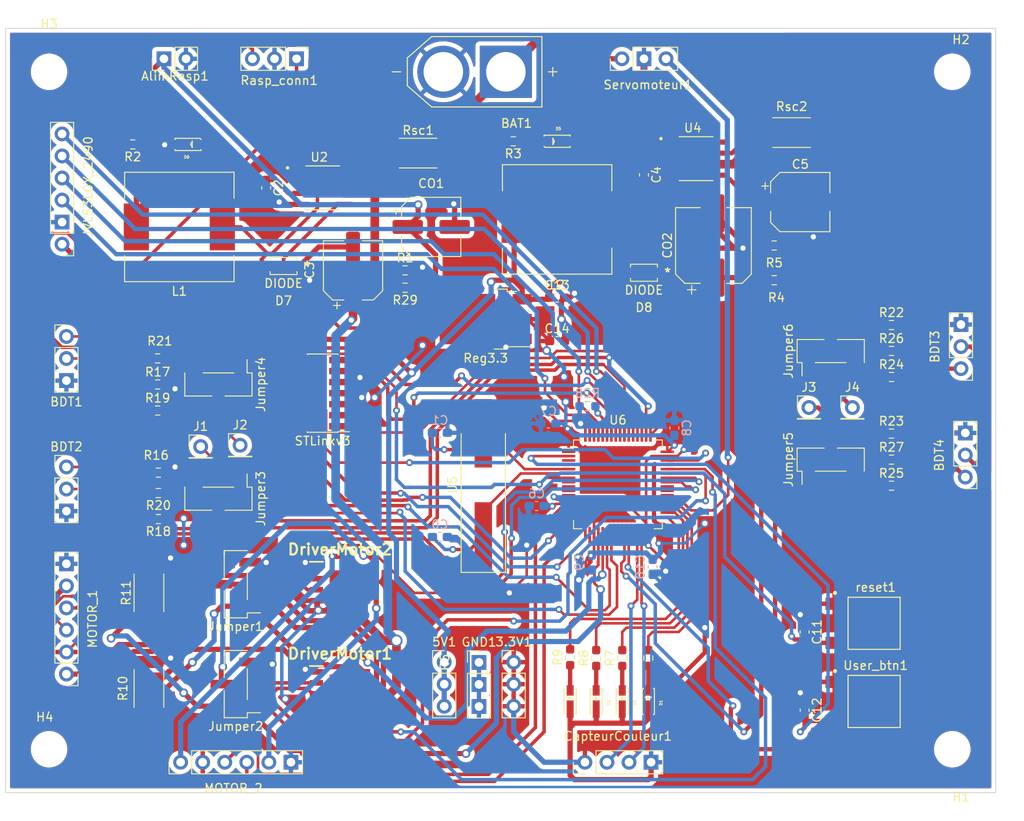
<source format=kicad_pcb>
(kicad_pcb (version 20211014) (generator pcbnew)
  (layers (0 "F.Cu" signal) (31 "B.Cu" signal) (34 "B.Paste" user) (35 "F.Paste" user) (36 "B.SilkS" user "B.Silkscreen") (37 "F.SilkS" user "F.Silkscreen") (38 "B.Mask" user) (39 "F.Mask" user) (44 "Edge.Cuts" user))
  (net 0 "")
  (net 1 "+3.3V")
  (net 2 "+5V")
  (net 3 "Alim_Rasp")
  (net 4 "GND")
  (net 5 "+7.5V")
  (net 6 "Net-(BDT1-Pad1)")
  (net 7 "Net-(BDT1-Pad2)")
  (net 8 "Net-(BDT2-Pad1)")
  (net 9 "Net-(BDT2-Pad2)")
  (net 10 "Net-(BDT3-Pad1)")
  (net 11 "Net-(BDT3-Pad2)")
  (net 12 "Net-(BDT4-Pad1)")
  (net 13 "Net-(BDT4-Pad2)")
  (net 14 "Net-(C0-Pad2)")
  (net 15 "Net-(C1-Pad2)")
  (net 16 "Net-(C2-Pad1)")
  (net 17 "Net-(C4-Pad1)")
  (net 18 "NRST")
  (net 19 "USER_BTN")
  (net 20 "COLOR_I2C_SCL")
  (net 21 "COLOR_I2C_SDA")
  (net 22 "Net-(D1-Pad2)")
  (net 23 "Net-(D2-Pad2)")
  (net 24 "Net-(D3-Pad2)")
  (net 25 "Net-(D4-Pad2)")
  (net 26 "Net-(D5-Pad2)")
  (net 27 "Net-(D6-Pad2)")
  (net 28 "Net-(D7-Pad2)")
  (net 29 "Net-(D8-Pad2)")
  (net 30 "MOTOR_1_PWM_IN2")
  (net 31 "MOTOR_1_PWM_IN1")
  (net 32 "MOTOR_1_A")
  (net 33 "MOTOR_1_B")
  (net 35 "MOTOR_2_PWM_IN2")
  (net 36 "MOTOR_2_PWM_IN1")
  (net 37 "MOTOR_2_B")
  (net 38 "MOTOR_2_A")
  (net 40 "Net-(J1-Pad1)")
  (net 41 "Net-(J2-Pad1)")
  (net 42 "Net-(J3-Pad1)")
  (net 43 "Net-(J4-Pad1)")
  (net 44 "CURRENT_SENSOR_1")
  (net 45 "CURRENT_SENSOR_2")
  (net 46 "BDT2")
  (net 47 "Net-(Jumper3-Pad3)")
  (net 48 "BDT1")
  (net 49 "Net-(Jumper4-Pad3)")
  (net 50 "BDT4")
  (net 51 "Net-(Jumper5-Pad3)")
  (net 52 "BDT3")
  (net 53 "Net-(Jumper6-Pad3)")
  (net 54 "TOF_I2C_SDA")
  (net 55 "TOF_I2C_SCL")
  (net 56 "TOF_XSHUT")
  (net 57 "TOF_Interrupt")
  (net 58 "MOTOR_1_ENCODER_A")
  (net 59 "MOTOR_1_ENCODER_B")
  (net 60 "MOTOR_2_ENCODER_A")
  (net 61 "MOTOR_2_ENCODER_B")
  (net 62 "PA12")
  (net 63 "PB2")
  (net 64 "PC0")
  (net 65 "PC1")
  (net 66 "PC2")
  (net 67 "PC3")
  (net 68 "PC4")
  (net 69 "PC5")
  (net 70 "PC7")
  (net 71 "PC8")
  (net 72 "PC9")
  (net 73 "PC10")
  (net 74 "PC11")
  (net 75 "PC12")
  (net 76 "PC14")
  (net 77 "PC15")
  (net 78 "PD2")
  (net 79 "Net-(R4-Pad2)")
  (net 80 "LED1")
  (net 81 "LED2")
  (net 82 "LED3")
  (net 83 "LED4")
  (net 84 "BOOT0")
  (net 85 "USART2_RX")
  (net 86 "USART2_TX")
  (net 87 "PINCE_PWM")
  (net 90 "SYS_JTMS-SWDIO")
  (net 91 "SYS_JTCK-SWCLK")
  (net 95 "USART1_RX")
  (net 96 "USART1_TX")
  (net 97 "Net-(U2-Pad1)")
  (net 98 "Net-(U4-Pad1)")
  (net 99 "/Driver_moteur_gauche/RS_Motor1")
  (net 100 "/Driver_moteur_gauche/RS_Motor2")
  (net 101 "/Buck_Raspberry/Buck_Rasp_IPK")
  (net 102 "/Buck_STM/BUCK_STM_IPK")
  (net 103 "Net-(R1-Pad1)")
  (footprint "Resistor_SMD:R_2512_6332Metric_Pad1.40x3.35mm_HandSolder" (layer "F.Cu") (at 101.5 100 90)
    (fp_text reference "R11")
    (fp_text value "0.33")
  )
  (footprint "Resistor_SMD:R_0603_1608Metric_Pad0.98x0.95mm_HandSolder" (layer "F.Cu") (at 187 84.655)
    (fp_text reference "R27")
    (fp_text value "R")
  )
  (footprint "Resistor_SMD:R_0603_1608Metric_Pad0.98x0.95mm_HandSolder" (layer "F.Cu") (at 102.5 76)
    (fp_text reference "R17")
    (fp_text value "R")
  )
  (footprint "SHOTTKY:STPS0520Z_SHOTTKY" (layer "F.Cu") (at 117 62.3625 180)
    (fp_text reference "D7")
    (fp_text value "DIODE")
  )
  (footprint "Connector_PinHeader_2.54mm:PinHeader_1x04_P2.54mm_Vertical" (layer "F.Cu") (at 151.7 119.5 90)
    (fp_text reference "CapteurCouleur1")
    (fp_text value "Conn_01x04_Male")
  )
  (footprint "Resistor_SMD:R_0603_1608Metric_Pad0.98x0.95mm_HandSolder" (layer "F.Cu") (at 156 107.5 90)
    (fp_text reference "R7")
    (fp_text value "1k")
  )
  (footprint "MC34063ADR2G:SOIC127P599X175-8N" (layer "F.Cu") (at 164.5 50)
    (fp_text reference "U4")
    (fp_text value "MC34063ADR2G")
  )
  (footprint "Resistor_SMD:R_0603_1608Metric_Pad0.98x0.95mm_HandSolder" (layer "F.Cu") (at 143.45 48 180)
    (fp_text reference "R3")
    (fp_text value "1k")
  )
  (footprint "Connector_PinHeader_2.54mm:PinHeader_1x03_P2.54mm_Vertical" (layer "F.Cu") (at 92 70.475)
    (fp_text reference "BDT1")
    (fp_text value "Conn_01x03_Male")
  )
  (footprint "Resistor_SMD:R_0603_1608Metric_Pad0.98x0.95mm_HandSolder" (layer "F.Cu") (at 187 72.14)
    (fp_text reference "R26")
    (fp_text value "R")
  )
  (footprint "Resistor_SMD:R_0603_1608Metric_Pad0.98x0.95mm_HandSolder" (layer "F.Cu") (at 159 107.5 90)
    (fp_text reference "R6")
    (fp_text value "1k")
  )
  (footprint "Resistor_SMD:R_0603_1608Metric_Pad0.98x0.95mm_HandSolder" (layer "F.Cu") (at 187 75.14)
    (fp_text reference "R24")
    (fp_text value "R")
  )
  (footprint "WL-SWTP:WL-SWTP_3014" (layer "F.Cu") (at 148.5 48)
    (fp_text reference "D5")
    (fp_text value "WL-SWTP")
  )
  (footprint "Capacitor_SMD:CP_Elec_6.3x7.7" (layer "F.Cu") (at 134 57.8625)
    (fp_text reference "CO1")
    (fp_text value "300u")
  )
  (footprint "Capacitor_SMD:C_0603_1608Metric_Pad1.08x0.95mm_HandSolder" (layer "F.Cu") (at 115 53.3625 -90)
    (fp_text reference "C2")
    (fp_text value "330p")
  )
  (footprint "Resistor_SMD:R_0603_1608Metric_Pad0.98x0.95mm_HandSolder" (layer "F.Cu") (at 153 107.5 90)
    (fp_text reference "R8")
    (fp_text value "1k")
  )
  (footprint "Connector_PinHeader_2.54mm:PinHeader_1x03_P2.54mm_Vertical" (layer "F.Cu") (at 139.5 108)
    (fp_text reference "GND1")
    (fp_text value "Conn_01x03_Male")
  )
  (footprint "Connector_PinHeader_1.27mm:PinHeader_2x07_P1.27mm_Vertical_SMD" (layer "F.Cu") (at 121.5 77 180)
    (fp_text reference "STLinkv3")
    (fp_text value "Conn_02x07_Odd_Even")
  )
  (footprint "Resistor_SMD:R_0603_1608Metric_Pad0.98x0.95mm_HandSolder" (layer "F.Cu") (at 187 69.155)
    (fp_text reference "R22")
    (fp_text value "R")
  )
  (footprint "WL-SWTP:WL-SWTP_3014" (layer "F.Cu") (at 159 112.5 -90)
    (fp_text reference "D1")
    (fp_text value "WL-SWTP")
  )
  (footprint "Inductor_SMD:L_12x12mm_H8mm" (layer "F.Cu") (at 105 57.8625 180)
    (fp_text reference "L1")
    (fp_text value "4.7u")
  )
  (footprint "Capacitor_SMD:C_0603_1608Metric_Pad1.08x0.95mm_HandSolder" (layer "F.Cu") (at 177 104.5 -90)
    (fp_text reference "C11")
    (fp_text value "100n")
  )
  (footprint "Capacitor_SMD:C_0603_1608Metric_Pad1.08x0.95mm_HandSolder" (layer "F.Cu") (at 148.5 71)
    (fp_text reference "C14")
    (fp_text value "10u")
  )
  (footprint "Connector_PinHeader_2.54mm:PinHeader_1x03_P2.54mm_Vertical_SMD_Pin1Left" (layer "F.Cu") (at 109.5 76 -90)
    (fp_text reference "Jumper4")
    (fp_text value "Conn_01x03_Male")
  )
  (footprint "Resistor_SMD:R_0603_1608Metric_Pad0.98x0.95mm_HandSolder" (layer "F.Cu") (at 187 81.655)
    (fp_text reference "R23")
    (fp_text value "R")
  )
  (footprint "Capacitor_SMD:C_0603_1608Metric_Pad1.08x0.95mm_HandSolder" (layer "F.Cu") (at 148.5 66)
    (fp_text reference "C13")
    (fp_text value "10u")
  )
  (footprint "Connector_PinHeader_2.54mm:PinHeader_1x06_P2.54mm_Vertical" (layer "F.Cu") (at 91.5 59.85 180)
    (fp_text reference "JVL53L0X_2490")
    (fp_text value "Conn_01x06_Male")
  )
  (footprint "Resistor_SMD:R_2512_6332Metric_Pad1.40x3.35mm_HandSolder" (layer "F.Cu") (at 132.5 49.3625)
    (fp_text reference "Rsc1")
    (fp_text value "0.27")
  )
  (footprint "Connector_PinHeader_2.54mm:PinHeader_1x02_P2.54mm_Vertical" (layer "F.Cu") (at 103.225 38.5 90)
    (fp_text reference "AlimRasp1")
    (fp_text value "Conn_01x02_Male")
  )
  (footprint "Resistor_SMD:R_0603_1608Metric_Pad0.98x0.95mm_HandSolder" (layer "F.Cu") (at 150 107.4125 90)
    (fp_text reference "R9")
    (fp_text value "1k")
  )
  (footprint "Resistor_SMD:R_0603_1608Metric_Pad0.98x0.95mm_HandSolder" (layer "F.Cu") (at 102.5875 86.155)
    (fp_text reference "R16")
    (fp_text value "R")
  )
  (footprint "Resistor_SMD:R_0603_1608Metric_Pad0.98x0.95mm_HandSolder" (layer "F.Cu") (at 102.5 73 180)
    (fp_text reference "R21")
    (fp_text value "R")
  )
  (footprint "Resistor_SMD:R_0603_1608Metric_Pad0.98x0.95mm_HandSolder" (layer "F.Cu") (at 173.5 60)
    (fp_text reference "R5")
    (fp_text value "1.2k")
  )
  (footprint "WL-SWTP:WL-SWTP_3014" (layer "F.Cu") (at 150 112.5 -90)
    (fp_text reference "D4")
    (fp_text value "WL-SWTP")
  )
  (footprint "FSM2JSMA:SW_2-1437565-7" (layer "F.Cu") (at 185 112.5)
    (fp_text reference "User_btn1")
    (fp_text value "2-1437565-7")
  )
  (footprint "Package_QFP:LQFP-64_10x10mm_P0.5mm" (layer "F.Cu") (at 155.5 87.5)
    (fp_text reference "U6")
    (fp_text value "STM32F103RCTx")
  )
  (footprint "Connector_PinHeader_2.54mm:PinHeader_1x03_P2.54mm_Vertical" (layer "F.Cu") (at 92 85.5)
    (fp_text reference "BDT2")
    (fp_text value "Conn_01x03_Male")
  )
  (footprint "XT60-M:AMASS_XT60-M" (layer "F.Cu") (at 139 40 180)
    (fp_text reference "BAT1")
    (fp_text value "XT60-M")
  )
  (footprint "Resistor_SMD:R_0603_1608Metric_Pad0.98x0.95mm_HandSolder" (layer "F.Cu") (at 99.6354 48.3625 180)
    (fp_text reference "R2")
    (fp_text value "1k")
  )
  (footprint "Package_TO_SOT_SMD:TO-252-3_TabPin2" (layer "F.Cu") (at 140.275 68.475 180)
    (fp_text reference "Reg3.3")
    (fp_text value "LM1117-3.3")
  )
  (footprint "Resistor_SMD:R_2512_6332Metric_Pad1.40x3.35mm_HandSolder" (layer "F.Cu") (at 175.5 47 180)
    (fp_text reference "Rsc2")
    (fp_text value "0.5")
  )
  (footprint "Connector_PinHeader_2.54mm:PinHeader_1x03_P2.54mm_Vertical_SMD_Pin1Left" (layer "F.Cu") (at 180 72.155 90)
    (fp_text reference "Jumper6")
    (fp_text value "Conn_01x03_Male")
  )
  (footprint "MountingHole:MountingHole_3.2mm_M3" (layer "F.Cu") (at 195 118.5)
    (fp_text reference "H1")
    (fp_text value "MountingHole")
  )
  (footprint "Connector_PinHeader_2.54mm:PinHeader_1x03_P2.54mm_Vertical" (layer "F.Cu") (at 118.5 38.5 -90)
    (fp_text reference "Rasp_conn1")
    (fp_text value "Conn_01x03_Male")
  )
  (footprint "Capacitor_SMD:C_0603_1608Metric_Pad1.08x0.95mm_HandSolder" (layer "F.Cu") (at 158.5 51.8625 -90)
    (fp_text reference "C4")
    (fp_text value "330p")
  )
  (footprint "TB67H451AFNG,EL:SOIC127P600X170-9N" (layer "F.Cu") (at 123.5 111)
    (fp_text reference "DriverMotor1")
    (fp_text value "TB67H451AFNG,EL" hide)
  )
  (footprint "SHOTTKY:STPS0520Z_SHOTTKY" (layer "F.Cu") (at 158.5 63.1375 180)
    (fp_text reference "D8")
    (fp_text value "DIODE")
  )
  (footprint "Connector_PinHeader_2.54mm:PinHeader_1x03_P2.54mm_Vertical_SMD_Pin1Left" (layer "F.Cu") (at 180 84.655 90)
    (fp_text reference "Jumper5")
    (fp_text value "Conn_01x03_Male")
  )
  (footprint "Connector_PinHeader_2.54mm:PinHeader_1x03_P2.54mm_Vertical" (layer "F.Cu") (at 155.96 38.5 90)
    (fp_text reference "Servomoteur1")
    (fp_text value "Conn_01x03_Male")
  )
  (footprint "Connector_PinHeader_2.54mm:PinHeader_1x01_P2.54mm_Vertical" (layer "F.Cu") (at 112 83)
    (fp_text reference "J2")
    (fp_text value "Conn_01x01_Male")
  )
  (footprint "Connector_PinHeader_2.54mm:PinHeader_1x01_P2.54mm_Vertical" (layer "F.Cu") (at 177.5 78.655)
    (fp_text reference "J3")
    (fp_text value "Conn_01x01_Male")
  )
  (footprint "Capacitor_SMD:CP_Elec_8x10.5" (layer "F.Cu") (at 166.5 60 90)
    (fp_text reference "CO2")
    (fp_text value "150u")
  )
  (footprint "Connector_PinHeader_2.54mm:PinHeader_1x06_P2.54mm_Vertical" (layer "F.Cu") (at 92 109.35 180)
    (fp_text reference "MOTOR_1")
    (fp_text value "Conn_01x06_Male")
  )
  (footprint "Connector_PinHeader_2.54mm:PinHeader_1x03_P2.54mm_Vertical_SMD_Pin1Left" (layer "F.Cu") (at 111.5 99 180)
    (fp_text reference "Jumper1")
    (fp_text value "Conn_01x03_Male")
  )
  (footprint "WL-SWTP:WL-SWTP_3014" (layer "F.Cu") (at 156 112.5 -90)
    (fp_text reference "D2")
    (fp_text value "WL-SWTP")
  )
  (footprint "Resistor_SMD:R_0603_1608Metric_Pad0.98x0.95mm_HandSolder" (layer "F.Cu") (at 102.5 79)
    (fp_text reference "R19")
    (fp_text value "R")
  )
  (footprint "Resistor_SMD:R_0603_1608Metric_Pad0.98x0.95mm_HandSolder" (layer "F.Cu") (at 131 62.8625)
    (fp_text reference "R1")
    (fp_text value "1.2k")
  )
  (footprint "Inductor_SMD:L_12x12mm_H8mm" (layer "F.Cu") (at 148.5 57 180)
    (fp_text reference "L2")
    (fp_text value "10u")
  )
  (footprint "WL-SWTP:WL-SWTP_3014" (layer "F.Cu") (at 106 48.3625 180)
    (fp_text reference "D6")
    (fp_text value "WL-SWTP")
  )
  (footprint "Connector_PinHeader_2.54mm:PinHeader_1x01_P2.54mm_Vertical" (layer "F.Cu") (at 107.46 83.155)
    (fp_text reference "J1")
    (fp_text value "Conn_01x01_Male")
  )
  (footprint "Connector_PinHeader_2.54mm:PinHeader_1x03_P2.54mm_Vertical" (layer "F.Cu") (at 195.5 86.665 180)
    (fp_text reference "BDT4")
    (fp_text value "Conn_01x03_Male")
  )
  (footprint "Connector_PinHeader_2.54mm:PinHeader_1x06_P2.54mm_Vertical" (layer "F.Cu") (at 105.15 119.5 90)
    (fp_text reference "MOTOR_2")
    (fp_text value "Conn_01x06_Male")
  )
  (footprint "Connector_PinHeader_2.54mm:PinHeader_1x03_P2.54mm_Vertical" (layer "F.Cu") (at 135.5 107.975)
    (fp_text reference "5V1")
    (fp_text value "Conn_01x03_Male")
  )
  (footprint "MountingHole:MountingHole_3.2mm_M3" (layer "F.Cu") (at 90 39.5)
    (fp_text reference "H3")
    (fp_text value "MountingHole")
  )
  (footprint "FSM2JSMA:SW_2-1437565-7" (layer "F.Cu") (at 185 103.5)
    (fp_text reference "reset1")
    (fp_text value "2-1437565-7")
  )
  (footprint "Capacitor_SMD:CP_Elec_6.3x7.7" (layer "F.Cu") (at 176.5 55)
    (fp_text reference "C5")
    (fp_text value "100u")
  )
  (footprint "MC34063ADR2G:SOIC127P599X175-8N" (layer "F.Cu") (at 121.5 53.3625)
    (fp_text reference "U2")
    (fp_text value "MC34063ADR2G")
  )
  (footprint "Resistor_SMD:R_2512_6332Metric_Pad1.40x3.35mm_HandSolder" (layer "F.Cu") (at 101.5 111 90)
    (fp_text reference "R10")
    (fp_text value "0.33")
  )
  (footprint "Connector_PinHeader_2.54mm:PinHeader_1x03_P2.54mm_Vertical" (layer "F.Cu") (at 143.5 107.975)
    (fp_text reference "3.3V1")
    (fp_text value "Conn_01x03_Male")
  )
  (footprint "Connector_PinHeader_2.54mm:PinHeader_1x03_P2.54mm_Vertical" (layer "F.Cu") (at 195 74.18 180)
    (fp_text reference "BDT3")
    (fp_text value "Conn_01x03_Male")
  )
  (footprint "MountingHole:MountingHole_3.2mm_M3" (layer "F.Cu") (at 195 40.5)
    (fp_text reference "H2")
    (fp_text value "MountingHole")
  )
  (footprint "Resistor_SMD:R_0603_1608Metric_Pad0.98x0.95mm_HandSolder" (layer "F.Cu") (at 187 87.655)
    (fp_text reference "R25")
    (fp_text value "R")
  )
  (footprint "Connector_PinHeader_2.54mm:PinHeader_1x03_P2.54mm_Vertical_SMD_Pin1Left" (layer "F.Cu") (at 109.5 89.155 -90)
    (fp_text reference "Jumper3")
    (fp_text value "Conn_01x03_Male")
  )
  (footprint "Resistor_SMD:R_0603_1608Metric_Pad0.98x0.95mm_HandSolder" (layer "F.Cu") (at 102.5875 88.5 180)
    (fp_text reference "R20")
    (fp_text value "R")
  )
  (footprint "MountingHole:MountingHole_3.2mm_M3" (layer "F.Cu") (at 89.5 118.5)
    (fp_text reference "H4")
    (fp_text value "MountingHole")
  )
  (footprint "Capacitor_SMD:C_0603_1608Metric_Pad1.08x0.95mm_HandSolder" (layer "F.Cu") (at 177 113.5 -90)
    (fp_text reference "C12")
    (fp_text value "100n")
  )
  (footprint "Resistor_SMD:R_0603_1608Metric_Pad0.98x0.95mm_HandSolder" (layer "F.Cu") (at 131 64.8625 180)
    (fp_text reference "R29")
    (fp_text value "3k6")
  )
  (footprint "WL-SWTP:WL-SWTP_3014" (layer "F.Cu") (at 153 112.5 -90)
    (fp_text reference "D3")
    (fp_text value "WL-SWTP")
  )
  (footprint "TB67H451AFNG,EL:SOIC127P600X170-9N" (layer "F.Cu") (at 123.5 99)
    (fp_text reference "DriverMotor2")
    (fp_text value "TB67H451AFNG,EL" hide)
  )
  (footprint "Resistor_SMD:R_0603_1608Metric_Pad0.98x0.95mm_HandSolder" (layer "F.Cu") (at 102.5875 91.5 180)
    (fp_text reference "R18")
    (fp_text value "R")
  )
  (footprint "Capacitor_SMD:CP_Elec_6.3x7.7" (layer "F.Cu") (at 125 62.8625 90)
    (fp_text reference "C3")
    (fp_text value "100u")
  )
  (footprint "Connector_PinHeader_2.54mm:PinHeader_1x03_P2.54mm_Vertical_SMD_Pin1Left" (layer "F.Cu") (at 111.5 110.5 180)
    (fp_text reference "Jumper2")
    (fp_text value "Conn_01x03_Male")
  )
  (footprint "Resistor_SMD:R_0603_1608Metric_Pad0.98x0.95mm_HandSolder" (layer "F.Cu") (at 173.5 64)
    (fp_text reference "R4")
    (fp_text value "3.6k")
  )
  (footprint "Crystal:Crystal_SMD_HC49-SD_HandSoldering" (layer "F.Cu") (at 140 87.5625 90)
    (fp_text reference "U5")
    (fp_text value "Quartz")
  )
  (footprint "Connector_PinHeader_2.54mm:PinHeader_1x01_P2.54mm_Vertical" (layer "F.Cu") (at 182.5 78.655)
    (fp_text reference "J4")
    (fp_text value "Conn_01x01_Male")
  )
  (footprint "Capacitor_SMD:C_0603_1608Metric_Pad1.08x0.95mm_HandSolder" (layer "B.Cu") (at 162 81 90)
    (fp_text reference "C8")
    (fp_text value "100n")
  )
  (footprint "Capacitor_SMD:C_0603_1608Metric_Pad1.08x0.95mm_HandSolder" (layer "B.Cu") (at 146.1375 90 180)
    (fp_text reference "C6")
    (fp_text value "100n")
  )
  (footprint "Capacitor_SMD:C_0603_1608Metric_Pad1.08x0.95mm_HandSolder" (layer "B.Cu") (at 135 93.5625 180)
    (fp_text reference "C0")
    (fp_text value "16p")
  )
  (footprint "Capacitor_SMD:C_0603_1608Metric_Pad1.08x0.95mm_HandSolder" (layer "B.Cu") (at 159.5 97 -90)
    (fp_text reference "C10")
    (fp_text value "100n")
  )
  (footprint "Capacitor_SMD:C_0603_1608Metric_Pad1.08x0.95mm_HandSolder" (layer "B.Cu") (at 147.5 80.5 180)
    (fp_text reference "C7")
    (fp_text value "100n")
  )
  (footprint "Resistor_SMD:R_0603_1608Metric_Pad0.98x0.95mm_HandSolder" (layer "B.Cu") (at 152 78.5 180)
    (fp_text reference "R28")
    (fp_text value "1k1")
  )
  (footprint "Capacitor_SMD:C_0603_1608Metric_Pad1.08x0.95mm_HandSolder" (layer "B.Cu") (at 152.5 96.5 -90)
    (fp_text reference "C9")
    (fp_text value "100n")
  )
  (footprint "Capacitor_SMD:C_0603_1608Metric_Pad1.08x0.95mm_HandSolder" (layer "B.Cu") (at 135 81.5625 180)
    (fp_text reference "C1")
    (fp_text value "16p")
  )
  (gr_rect (start 85 35) (end 199 123) (layer "Edge.Cuts") (width 0.1) (fill none))
  (segment (start 161.175 83.75) (end 161.25 83.75) (width 0.2) (layer "F.Cu") (net 1))
  (segment (start 189.55 101.25) (end 189.75 101.25) (width 0.6) (layer "F.Cu") (net 1))
  (segment (start 167.7505 82.7505) (end 162.2495 82.7505) (width 0.3) (layer "F.Cu") (net 1))
  (segment (start 133 71.5) (end 136.025 68.475) (width 0.2) (layer "F.Cu") (net 1))
  (segment (start 159.25 93.175) (end 159.675 93.175) (width 0.3) (layer "F.Cu") (net 1))
  (segment (start 148.400696 89.784191) (end 148.185545 89.784191) (width 0.3) (layer "F.Cu") (net 1))
  (segment (start 149.5 78) (end 149.5 75.3) (width 0.3) (layer "F.Cu") (net 1))
  (segment (start 148.185545 89.784191) (end 147.949918 90.019818) (width 0.3) (layer "F.Cu") (net 1))
  (segment (start 123.45 79.54) (end 125.46 79.54) (width 0.4) (layer "F.Cu") (net 1))
  (segment (start 152.75 91.55) (end 152.75 93.175) (width 0.3) (layer "F.Cu") (net 1))
  (segment (start 105.5 94.5) (end 105.5 96.5) (width 0.3) (layer "F.Cu") (net 1))
  (segment (start 169.5 91.5) (end 169.5 84.5) (width 0.3) (layer "F.Cu") (net 1))
  (segment (start 186.0875 87.655) (end 186.0875 87.9125) (width 0.6) (layer "F.Cu") (net 1))
  (segment (start 98.31 100.5) (end 92 106.81) (width 0.3) (layer "F.Cu") (net 1))
  (segment (start 151.75 81.825) (end 150.325 81.825) (width 0.3) (layer "F.Cu") (net 1))
  (segment (start 149.825 89.75) (end 148.434887 89.75) (width 0.3) (layer "F.Cu") (net 1))
  (segment (start 148.434887 89.75) (end 148.400696 89.784191) (width 0.3) (layer "F.Cu") (net 1))
  (segment (start 150.95 89.75) (end 152.75 91.55) (width 0.3) (layer "F.Cu") (net 1))
  (segment (start 149.825 89.75) (end 150.95 89.75) (width 0.3) (layer "F.Cu") (net 1))
  (segment (start 121 102) (end 121 101.117) (width 0.4) (layer "F.Cu") (net 1))
  (segment (start 147.3 71.3375) (end 147.3 72.1) (width 0.2) (layer "F.Cu") (net 1))
  (segment (start 120 102) (end 116 98) (width 0.4) (layer "F.Cu") (net 1))
  (segment (start 125.46 79.54) (end 127.5 77.5) (width 0.4) (layer "F.Cu") (net 1))
  (segment (start 105.4155 91.5) (end 105.5 91.4155) (width 0.3) (layer "F.Cu") (net 1))
  (segment (start 117.905 112.905) (end 117.2 112.2) (width 0.4) (layer "F.Cu") (net 1))
  (segment (start 116 98) (end 116 95) (width 0.4) (layer "F.Cu") (net 1))
  (segment (start 105.5 96.5) (end 101.5 100.5) (width 0.3) (layer "F.Cu") (net 1))
  (segment (start 149.825 82.325) (end 150.325 81.825) (width 0.3) (layer "F.Cu") (net 1))
  (segment (start 144.475 68.475) (end 145.1125 68.475) (width 0.2) (layer "F.Cu") (net 1))
  (segment (start 152.75 93.175) (end 152.75 95.338933) (width 0.3) (layer "F.Cu") (net 1))
  (segment (start 169.5 84.5) (end 167.7505 82.7505) (width 0.3) (layer "F.Cu") (net 1))
  (segment (start 149.7 81.2) (end 149.7 81.1) (width 0.3) (layer "F.Cu") (net 1))
  (segment (start 149.5 75.3) (end 149.3 75.1) (width 0.3) (layer "F.Cu") (net 1))
  (segment (start 145.1125 68.475) (end 147.6375 71) (width 0.4) (layer "F.Cu") (net 1))
  (segment (start 159.675 93.175) (end 160.206755 93.706755) (width 0.3) (layer "F.Cu") (net 1))
  (segment (start 121 101.117) (end 120.788 100.905) (width 0.2) (layer "F.Cu") (net 1))
  (segment (start 147.6375 71) (end 147.3 71.3375) (width 0.2) (layer "F.Cu") (net 1))
  (segment (start 162.2495 82.7505) (end 162 83) (width 0.3) (layer "F.Cu") (net 1))
  (segment (start 101.5 100.5) (end 98.31 100.5) (width 0.3) (layer "F.Cu") (net 1))
  (segment (start 103.5 91.5) (end 105.4155 91.5) (width 0.3) (layer "F.Cu") (net 1))
  (segment (start 169 92) (end 169.5 91.5) (width 0.3) (layer "F.Cu") (net 1))
  (segment (start 115.5 94.5) (end 105.5 94.5) (width 0.4) (layer "F.Cu") (net 1))
  (segment (start 150.325 81.825) (end 149.7 81.2) (width 0.3) (layer "F.Cu") (net 1))
  (segment (start 160.206755 93.706755) (end 160.206755 94.293245) (width 0.3) (layer "F.Cu") (net 1))
  (segment (start 120.788 112.905) (end 117.905 112.905) (width 0.4) (layer "F.Cu") (net 1))
  (segment (start 136.025 68.475) (end 138.175 68.475) (width 0.2) (layer "F.Cu") (net 1))
  (segment (start 149.825 83.75) (end 149.825 82.325) (width 0.3) (layer "F.Cu") (net 1))
  (segment (start 161.25 83.75) (end 162 83) (width 0.3) (layer "F.Cu") (net 1))
  (segment (start 116 95) (end 115.5 94.5) (width 0.4) (layer "F.Cu") (net 1))
  (segment (start 152.75 95.338933) (end 152.382178 95.706755) (width 0.3) (layer "F.Cu") (net 1))
  (segment (start 121 102) (end 120 102) (width 0.4) (layer "F.Cu") (net 1))
  (segment (start 165.5 92) (end 169 92) (width 0.3) (layer "F.Cu") (net 1))
  (via (at 149.3 75.1) (size 1) (drill 0.6) (layers "F.Cu" "B.Cu") (net 1))
  (via (at 160.206755 94.293245) (size 0.8) (drill 0.4) (layers "F.Cu" "B.Cu") (net 1))
  (via (at 152.382178 95.706755) (size 0.8) (drill 0.4) (layers "F.Cu" "B.Cu") (net 1))
  (via (at 105.5 94.5) (size 1) (drill 0.6) (layers "F.Cu" "B.Cu") (net 1))
  (via (at 165.5 92) (size 1) (drill 0.6) (layers "F.Cu" "B.Cu") (net 1))
  (via (at 121 102) (size 1) (drill 0.6) (layers "F.Cu" "B.Cu") (net 1))
  (via (at 127.5 77.5) (size 1) (drill 0.6) (layers "F.Cu" "B.Cu") (net 1))
  (via (at 149.7 81.1) (size 0.8) (drill 0.4) (layers "F.Cu" "B.Cu") (net 1))
  (via (at 147.3 72.1) (size 1) (drill 0.6) (layers "F.Cu" "B.Cu") (net 1))
  (via (at 162 83) (size 0.8) (drill 0.4) (layers "F.Cu" "B.Cu") (net 1))
  (via (at 149.5 78) (size 1) (drill 0.6) (layers "F.Cu" "B.Cu") (net 1))
  (via (at 105.5 91.4155) (size 1) (drill 0.6) (layers "F.Cu" "B.Cu") (net 1))
  (via (at 147.949918 90.019818) (size 0.8) (drill 0.4) (layers "F.Cu" "B.Cu") (net 1))
  (via (at 133 71.5) (size 1) (drill 0.6) (layers "F.Cu" "B.Cu") (net 1))
  (via (at 117.2 112.2) (size 1) (drill 0.6) (layers "F.Cu" "B.Cu") (net 1))
  (segment (start 148.3625 80.5) (end 149.1 80.5) (width 0.4) (layer "B.Cu") (net 1))
  (segment (start 143.5 113.055) (end 143.5 116) (width 0.6) (layer "B.Cu") (net 1))
  (segment (start 159.5 96.1375) (end 159.634586 96.1375) (width 0.6) (layer "B.Cu") (net 1))
  (segment (start 160.3995 94.48599) (end 160.206755 94.293245) (width 0.6) (layer "B.Cu") (net 1))
  (segment (start 159.5 96.1375) (end 158.7625 95.4) (width 0.6) (layer "B.Cu") (net 1))
  (segment (start 152.451433 95.6375) (end 152.382178 95.706755) (width 0.2) (layer "B.Cu") (net 1))
  (segment (start 149.5 78) (end 149.5 80.9) (width 0.4) (layer "B.Cu") (net 1))
  (segment (start 127.5 77.5) (end 133 72) (width 0.4) (layer "B.Cu") (net 1))
  (segment (start 147 119.5) (end 151.7 119.5) (width 0.6) (layer "B.Cu") (net 1))
  (segment (start 147.9301 90) (end 147.949918 90.019818) (width 0.4) (layer "B.Cu") (net 1))
  (segment (start 105.5 94.5) (end 105.5 91.4155) (width 0.4) (layer "B.Cu") (net 1))
  (segment (start 162 83) (end 160.8625 81.8625) (width 0.5) (layer "B.Cu") (net 1))
  (segment (start 147.3 72.1) (end 149.3 74.1) (width 0.5) (layer "B.Cu") (net 1))
  (segment (start 152.7375 95.4) (end 152.5 95.6375) (width 0.6) (layer "B.Cu") (net 1))
  (segment (start 143.5 116) (end 147 119.5) (width 0.6) (layer "B.Cu") (net 1))
  (segment (start 150.4625 81.8625) (end 149.7 81.1) (width 0.5) (layer "B.Cu") (net 1))
  (segment (start 159.634586 96.1375) (end 160.3995 95.372586) (width 0.6) (layer "B.Cu") (net 1))
  (segment (start 149.5 80.9) (end 149.7 81.1) (width 0.4) (layer "B.Cu") (net 1))
  (segment (start 149.1 80.5) (end 149.7 81.1) (width 0.4) (layer "B.Cu") (net 1))
  (segment (start 147 90) (end 147.9301 90) (width 0.4) (layer "B.Cu") (net 1))
  (segment (start 116.8 106.2) (end 116.8 111.8) (width 0.4) (layer "B.Cu") (net 1))
  (segment (start 149.3 74.1) (end 149.3 75.1) (width 0.5) (layer "B.Cu") (net 1))
  (segment (start 160.206755 94.293245) (end 163.206755 94.293245) (width 0.3) (layer "B.Cu") (net 1))
  (segment (start 133 72) (end 133 71.5) (width 0.4) (layer "B.Cu") (net 1))
  (segment (start 121 102) (end 116.8 106.2) (width 0.4) (layer "B.Cu") (net 1))
  (segment (start 152.5 95.6375) (end 152.451433 95.6375) (width 0.2) (layer "B.Cu") (net 1))
  (segment (start 163.206755 94.293245) (end 165.5 92) (width 0.3) (layer "B.Cu") (net 1))
  (segment (start 160.8625 81.8625) (end 150.4625 81.8625) (width 0.5) (layer "B.Cu") (net 1))
  (segment (start 160.3995 95.372586) (end 160.3995 94.48599) (width 0.6) (layer "B.Cu") (net 1))
  (segment (start 116.8 111.8) (end 117.2 112.2) (width 0.4) (layer "B.Cu") (net 1))
  (segment (start 158.7625 95.4) (end 152.7375 95.4) (width 0.6) (layer "B.Cu") (net 1))
  (segment (start 143.55 63.95) (end 143.5 64) (width 0.6) (layer "F.Cu") (net 2))
  (segment (start 147.6375 65.0625) (end 148.5 64.2) (width 0.6) (layer "F.Cu") (net 2))
  (segment (start 143.5 64) (end 141.1 64) (width 0.6) (layer "F.Cu") (net 2))
  (segment (start 166.5 63.7) (end 172.2875 63.7) (width 0.6) (layer "F.Cu") (net 2))
  (segment (start 142.5375 48) (end 143.55 49.0125) (width 0.6) (layer "F.Cu") (net 2))
  (segment (start 148.5 64.2) (end 151.2 64.2) (width 0.6) (layer "F.Cu") (net 2))
  (segment (start 142.5375 48) (end 152.0375 38.5) (width 0.6) (layer "F.Cu") (net 2))
  (segment (start 143.55 57) (end 143.55 63.95) (width 0.6) (layer "F.Cu") (net 2))
  (segment (start 147.4425 66.195) (end 147.6375 66) (width 0.6) (layer "F.Cu") (net 2))
  (segment (start 144.475 64.975) (end 144.475 66.195) (width 0.6) (layer "F.Cu") (net 2))
  (segment (start 151.2 64.2) (end 152.5 65.5) (width 0.6) (layer "F.Cu") (net 2))
  (segment (start 144.475 66.195) (end 147.4425 66.195) (width 0.6) (layer "F.Cu") (net 2))
  (segment (start 127.800499 70.800499) (end 131.6505 74.6505) (width 0.6) (layer "F.Cu") (net 2))
  (segment (start 152.0375 38.5) (end 155.96 38.5) (width 0.6) (layer "F.Cu") (net 2))
  (segment (start 131.6505 74.6505) (end 131.75 74.6505) (width 0.6) (layer "F.Cu") (net 2))
  (segment (start 102.450499 70.800499) (end 127.800499 70.800499) (width 0.6) (layer "F.Cu") (net 2))
  (segment (start 141.1 64) (end 140.9 64.2) (width 0.6) (layer "F.Cu") (net 2))
  (segment (start 152.5 65.5) (end 164.7 65.5) (width 0.6) (layer "F.Cu") (net 2))
  (segment (start 172.2875 63.7) (end 172.5875 64) (width 0.6) (layer "F.Cu") (net 2))
  (segment (start 91.5 59.85) (end 102.450499 70.800499) (width 0.6) (layer "F.Cu") (net 2))
  (segment (start 147.6375 66) (end 147.6375 65.0625) (width 0.6) (layer "F.Cu") (net 2))
  (segment (start 143.5 64) (end 144.475 64.975) (width 0.6) (layer "F.Cu") (net 2))
  (segment (start 143.55 49.0125) (end 143.55 57) (width 0.6) (layer "F.Cu") (net 2))
  (segment (start 164.7 65.5) (end 166.5 63.7) (width 0.6) (layer "F.Cu") (net 2))
  (via (at 131.75 74.6505) (size 1) (drill 0.6) (layers "F.Cu" "B.Cu") (net 2))
  (via (at 140.9 64.2) (size 1) (drill 0.6) (layers "F.Cu" "B.Cu") (net 2))
  (segment (start 140.9 65.6) (end 140.9 64.2) (width 0.6) (layer "B.Cu") (net 2))
  (segment (start 135.5 113.055) (end 135.5 110.515) (width 0.6) (layer "B.Cu") (net 2))
  (segment (start 135.5 105) (end 136 104.5) (width 0.6) (layer "B.Cu") (net 2))
  (segment (start 131.8495 74.6505) (end 140.9 65.6) (width 0.6) (layer "B.Cu") (net 2))
  (segment (start 135.5 107.975) (end 135.5 110.515) (width 0.6) (layer "B.Cu") (net 2))
  (segment (start 130 98.5) (end 130 94) (width 0.6) (layer "B.Cu") (net 2))
  (segment (start 130 94) (end 129.109179 93.109179) (width 0.6) (layer "B.Cu") (net 2))
  (segment (start 131.75 74.6505) (end 131.8495 74.6505) (width 0.6) (layer "B.Cu") (net 2))
  (segment (start 131.75 74.75) (end 131.75 74.6505) (width 0.6) (layer "B.Cu") (net 2))
  (segment (start 135.5 107.975) (end 135.5 105) (width 0.6) (layer "B.Cu") (net 2))
  (segment (start 129.109179 93.109179) (end 129.109179 77.390821) (width 0.6) (layer "B.Cu") (net 2))
  (segment (start 129.109179 77.390821) (end 131.75 74.75) (width 0.6) (layer "B.Cu") (net 2))
  (segment (start 136 104.5) (end 130 98.5) (width 0.6) (layer "B.Cu") (net 2))
  (segment (start 98.7229 48.3625) (end 98.7229 49.2771) (width 0.6) (layer "F.Cu") (net 3))
  (segment (start 98.7229 43.0021) (end 98.7229 48.3625) (width 0.6) (layer "F.Cu") (net 3))
  (segment (start 103.225 38.5) (end 98.7229 43.0021) (width 0.6) (layer "F.Cu") (net 3))
  (segment (start 98.7229 49.2771) (end 100.05 50.6042) (width 0.6) (layer "F.Cu") (net 3))
  (segment (start 134.5 61.0625) (end 131.3 57.8625) (width 0.6) (layer "F.Cu") (net 3))
  (segment (start 100.05 50.6042) (end 100.05 57.8625) (width 0.6) (layer "F.Cu") (net 3))
  (segment (start 131.3 57.8625) (end 132.5 56.6625) (width 0.6) (layer "F.Cu") (net 3))
  (segment (start 134.5 63.5) (end 134.5 61.0625) (width 0.6) (layer "F.Cu") (net 3))
  (segment (start 133.1375 64.8625) (end 134.5 63.5) (width 0.6) (layer "F.Cu") (net 3))
  (segment (start 131.9125 64.8625) (end 133.1375 64.8625) (width 0.6) (layer "F.Cu") (net 3))
  (segment (start 132.5 56.6625) (end 132.5 55.3) (width 0.6) (layer "F.Cu") (net 3))
  (via (at 132.5 55.3) (size 1) (drill 0.6) (layers "F.Cu" "B.Cu") (net 3))
  (segment (start 103.225 38.5) (end 103.225 39.525) (width 0.6) (layer "B.Cu") (net 3))
  (segment (start 103.225 39.525) (end 119 55.3) (width 0.6) (layer "B.Cu") (net 3))
  (segment (start 119 55.3) (end 132.5 55.3) (width 0.6) (layer "B.Cu") (net 3))
  (segment (start 113.155 107.96) (end 115.46 107.96) (width 0.6) (layer "F.Cu") (net 4))
  (segment (start 118.8542 62.3625) (end 118.8542 62.8542) (width 0.6) (layer "F.Cu") (net 4))
  (segment (start 115.46 107.96) (end 115.706754 108.206754) (width 0.6) (layer "F.Cu") (net 4))
  (segment (start 177 103) (end 176.5 102.5) (width 0.6) (layer "F.Cu") (net 4))
  (segment (start 148.45 89.25) (end 148.135355 88.935355) (width 0.3) (layer "F.Cu") (net 4))
  (segment (start 131.9125 62.8625) (end 132.6375 62.8625) (width 0.6) (layer "F.Cu") (net 4))
  (segment (start 145 98) (end 145 94.5) (width 0.3) (layer "F.Cu") (net 4))
  (segment (start 163.1917 60.3) (end 169.9 60.3) (width 0.6) (layer "F.Cu") (net 4))
  (segment (start 156 113.38) (end 156 115) (width 0.6) (layer "F.Cu") (net 4))
  (segment (start 144.475 70.755) (end 143.545 70.755) (width 0.6) (layer "F.Cu") (net 4))
  (segment (start 150 121) (end 150 115.5) (width 0.6) (layer "F.Cu") (net 4))
  (segment (start 158.75 93.175) (end 158.75 94.27556) (width 0.3) (layer "F.Cu") (net 4))
  (segment (start 187.9125 81.655) (end 187.9825 81.585) (width 0.6) (layer "F.Cu") (net 4))
  (segment (start 150 66) (end 150.5 65.5) (width 0.6) (layer "F.Cu") (net 4))
  (segment (start 179.2 55) (end 179.2 57.8) (width 0.6) (layer "F.Cu") (net 4))
  (segment (start 105.12 48.3625) (end 103.344122 48.3625) (width 0.6) (layer "F.Cu") (net 4))
  (segment (start 150.9 80.2) (end 150.8 80.2) (width 0.3) (layer "F.Cu") (net 4))
  (segment (start 158.75 84.85) (end 159.35 84.25) (width 0.3) (layer "F.Cu") (net 4))
  (segment (start 156 115) (end 153 115) (width 0.6) (layer "F.Cu") (net 4))
  (segment (start 151.9 80.5) (end 151.2 80.5) (width 0.3) (layer "F.Cu") (net 4))
  (segment (start 125 60.1625) (end 121.0542 60.1625) (width 0.6) (layer "F.Cu") (net 4))
  (segment (start 162.35 84.25) (end 163.1 83.5) (width 0.3) (layer "F.Cu") (net 4))
  (segment (start 165.5 106.88) (end 159 113.38) (width 0.5) (layer "F.Cu") (net 4))
  (segment (start 103.55 107.95) (end 104 107.5) (width 0.6) (layer "F.Cu") (net 4))
  (segment (start 159.32 119.5) (end 159.32 121.18) (width 0.6) (layer "F.Cu") (net 4))
  (segment (start 161 96.52556) (end 159.009524 94.535084) (width 0.3) (layer "F.Cu") (net 4))
  (segment (start 158.75 94.27556) (end 159.009524 94.535084) (width 0.3) (layer "F.Cu") (net 4))
  (segment (start 123.45 74.46) (end 125.06 74.46) (width 0.6) (layer "F.Cu") (net 4))
  (segment (start 158.5 52.725) (end 166.075 60.3) (width 0.6) (layer "F.Cu") (net 4))
  (segment (start 149.3625 68.8625) (end 149 68.5) (width 0.6) (layer "F.Cu") (net 4))
  (segment (start 158.75 92.36967) (end 158.75 91.95) (width 0.3) (layer "F.Cu") (net 4))
  (segment (start 187.9675 69.1) (end 187.9125 69.155) (width 0.6) (layer "F.Cu") (net 4))
  (segment (start 166.5 56.3) (end 169.9 59.7) (width 0.6) (layer "F.Cu") (net 4))
  (segment (start 150.8 80.2) (end 148.5 80.2) (width 0.3) (layer "F.Cu") (net 4))
  (segment (start 149.38 48) (end 153 48) (width 0.8) (layer "F.Cu") (net 4))
  (segment (start 123.45 78.27) (end 125.2295 78.27) (width 0.6) (layer "F.Cu") (net 4))
  (segment (start 153 115) (end 150.5 115) (width 0.6) (layer "F.Cu") (net 4))
  (segment (start 159 121.5) (end 150.5 121.5) (width 0.6) (layer "F.Cu") (net 4))
  (segment (start 125.4995 77) (end 125.9995 77.5) (width 0.6) (layer "F.Cu") (net 4))
  (segment (start 169.9 59.7) (end 169.9 60.3) (width 0.6) (layer "F.Cu") (net 4))
  (segment (start 162.03 53.43) (end 168.9 60.3) (width 0.6) (layer "F.Cu") (net 4))
  (segment (start 125.2295 78.27) (end 125.9995 77.5) (width 0.6) (layer "F.Cu") (net 4))
  (segment (start 159.35 84.25) (end 160.36967 84.25) (width 0.3) (layer "F.Cu") (net 4))
  (segment (start 113.195 96.5) (end 115 96.5) (width 0.6) (layer "F.Cu") (net 4))
  (segment (start 136.7 55.3) (end 136.6 55.2) (width 0.6) (layer "F.Cu") (net 4))
  (segment (start 132.052322 100) (end 126.552322 94.5) (width 0.3) (layer "F.Cu") (net 4))
  (segment (start 174.4125 60) (end 177 60) (width 0.6) (layer "F.Cu") (net 4))
  (segment (start 152.25 80.85) (end 151.9 80.5) (width 0.3) (layer "F.Cu") (net 4))
  (segment (start 103.344122 48.3625) (end 103.307122 48.3995) (width 0.6) (layer "F.Cu") (net 4))
  (segment (start 103.845 86.155) (end 104.5 85.5) (width 0.6) (layer "F.Cu") (net 4))
  (segment (start 162.03 51.905) (end 162.03 53.43) (width 0.6) (layer "F.Cu") (net 4))
  (segment (start 161.175 84.25) (end 162.35 84.25) (width 0.3) (layer "F.Cu") (net 4))
  (segment (start 151.2 80.5) (end 150.9 80.2) (width 0.3) (layer "F.Cu") (net 4))
  (segment (start 177 112.6375) (end 177 112) (width 0.6) (layer "F.Cu") (net 4))
  (segment (start 179.2 57.8) (end 178 59) (width 0.6) (layer "F.Cu") (net 4))
  (segment (start 152.25 94.516356) (end 152.25 93.175) (width 0.3) (layer "F.Cu") (net 4))
  (segment (start 187.9825 81.585) (end 195.5 81.585) (width 0.6) (layer "F.Cu") (net 4))
  (segment (start 149 66.3625) (end 149.3625 66) (width 0.6) (layer "F.Cu") (net 4))
  (segment (start 156.05 89.25) (end 149.825 89.25) (width 0.3) (layer "F.Cu") (net 4))
  (segment (start 121 94.5) (end 119.5 96) (width 0.3) (layer "F.Cu") (net 4))
  (segment (start 103.4125 76) (end 104 76) (width 0.6) (layer "F.Cu") (net 4))
  (segment (start 158.5 115) (end 156 115) (width 0.6) (layer "F.Cu") (net 4))
  (segment (start 119.03 55.2675) (end 116.7675 55.2675) (width 0.6) (layer "F.Cu") (net 4))
  (segment (start 132.6375 62.8625) (end 133 62.5) (width 0.6) (layer "F.Cu") (net 4))
  (segment (start 177 60) (end 178 59) (width 0.6) (layer "F.Cu") (net 4))
  (segment (start 150.5 121.5) (end 150 121) (width 0.6) (layer "F.Cu") (net 4))
  (segment (start 148.5 80.2) (end 147 78.7) (width 0.3) (layer "F.Cu") (net 4))
  (segment (start 119.795999 109.095) (end 119.5 108.799001) (width 0.6) (layer "F.Cu") (net 4))
  (segment (start 125.06 74.46) (end 125.8 75.2) (width 0.6) (layer "F.Cu") (net 4))
  (segment (start 149.825 89.25) (end 148.45 89.25) (width 0.3) (layer "F.Cu") (net 4))
  (segment (start 101.5 96.95) (end 103.022152 96.95) (width 0.6) (layer "F.Cu") (net 4))
  (segment (start 159 114.5) (end 158.5 115) (width 0.6) (layer "F.Cu") (net 4))
  (segment (start 143 100) (end 145 98) (width 0.3) (layer "F.Cu") (net 4))
  (segment (start 120.788 109.095) (end 119.795999 109.095) (width 0.6) (layer "F.Cu") (net 4))
  (segment (start 159.32 121.18) (end 159 121.5) (width 0.6) (layer "F.Cu") (net 4))
  (segment (start 168.9 60.3) (end 169.9 60.3) (width 0.6) (layer "F.Cu") (net 4))
  (segment (start 143.545 70.755) (end 142.6 71.7) (width 0.6) (layer "F.Cu") (net 4))
  (segment (start 121.0542 60.1625) (end 118.8542 62.3625) (width 0.6) (layer "F.Cu") (net 4))
  (segment (start 143 100) (end 132.052322 100) (width 0.3) (layer "F.Cu") (net 4))
  (segment (start 149.3625 66) (end 150 66) (width 0.2) (layer "F.Cu") (net 4))
  (segment (start 103.022152 96.95) (end 103.986076 95.986076) (width 0.6) (layer "F.Cu") (net 4))
  (segment (start 149 68.5) (end 149 66.3625) (width 0.6) (layer "F.Cu") (net 4))
  (segment (start 115.725 54.225) (end 116.5 55) (width 0.6) (layer "F.Cu") (net 4))
  (segment (start 177 103.6375) (end 177 103) (width 0.6) (layer "F.Cu") (net 4))
  (segment (start 160.3542 63.1375) (end 163.1917 60.3) (width 0.6) (layer "F.Cu") (net 4))
  (segment (start 120.788 97.095) (end 119.5955 97.095) (width 0.6) (layer "F.Cu") (net 4))
  (segment (start 118.8542 62.8542) (end 120 64) (width 0.6) (layer "F.Cu") (net 4))
  (segment (start 136.7 57.8625) (end 136.7 55.3) (width 0.6) (layer "F.Cu") (net 4))
  (segment (start 153 48) (end 158.5 42.5) (width 0.8) (layer "F.Cu") (net 4))
  (segment (start 150.883178 95.883178) (end 152.25 94.516356) (width 0.3) (layer "F.Cu") (net 4))
  (segment (start 158.75 93.175) (end 158.75 92.36967) (width 0.2) (layer "F.Cu") (net 4))
  (segment (start 158.75 91.95) (end 156.05 89.25) (width 0.3) (layer "F.Cu") (net 4))
  (segment (start 195 69.1) (end 187.9675 69.1) (width 0.6) (layer "F.Cu") (net 4))
  (segment (start 150 113.38) (end 150 115.5) (width 0.6) (layer "F.Cu") (net 4))
  (segment (start 158.75 93.175) (end 158.75 84.85) (width 0.3) (layer "F.Cu") (net 4))
  (segment (start 119.5955 97.095) (end 119.5 96.9995) (width 0.6) (layer "F.Cu") (net 4))
  (segment (start 103.5 86.155) (end 103.845 86.155) (width 0.6) (layer "F.Cu") (net 4))
  (segment (start 119.5 96) (end 119.5 96.5) (width 0.3) (layer "F.Cu") (net 4))
  (segment (start 150.5 115) (end 150 115.5) (width 0.6) (layer "F.Cu") (net 4))
  (segment (start 166.075 60.3) (end 169.9 60.3) (width 0.6) (layer "F.Cu") (net 4))
  (segment (start 113.155 96.46) (end 113.195 96.5) (width 0.6) (layer "F.Cu") (net 4))
  (segment (start 153 113.38) (end 153 115) (width 0.6) (layer "F.Cu") (net 4))
  (segment (start 177 112) (end 176.5 111.5) (width 0.6) (layer "F.Cu") (net 4))
  (segment (start 158.5 42.5) (end 158.5 38.5) (width 0.8) (layer "F.Cu") (net 4))
  (segment (start 151 98.5) (end 151 96) (width 0.3) (layer "F.Cu") (net 4))
  (segment (start 151 96) (end 150.883178 95.883178) (width 0.3) (layer "F.Cu") (net 4))
  (segment (start 159 113.38) (end 159 114.5) (width 0.6) (layer "F.Cu") (net 4))
  (segment (start 165.5 104) (end 165.5 106.88) (width 0.5) (layer "F.Cu") (net 4))
  (segment (start 161 97.5) (end 161 96.52556) (width 0.3) (layer "F.Cu") (net 4))
  (segment (start 101.5 107.95) (end 103.55 107.95) (width 0.6) (layer "F.Cu") (net 4))
  (segment (start 149.3625 71) (end 149.3625 68.8625) (width 0.6) (layer "F.Cu") (net 4))
  (segment (start 115 54.225) (end 115.725 54.225) (width 0.6) (layer "F.Cu") (net 4))
  (segment (start 104 76) (end 104.5 76.5) (width 0.6) (layer "F.Cu") (net 4))
  (segment (start 160.36967 84.25) (end 161.175 84.25) (width 0.3) (layer "F.Cu") (net 4))
  (segment (start 116.7675 55.2675) (end 116.5 55) (width 0.6) (layer "F.Cu") (net 4))
  (segment (start 119.5 96.9995) (end 119.5 96.5) (width 0.6) (layer "F.Cu") (net 4))
  (segment (start 152.25 81.825) (end 152.25 80.85) (width 0.3) (layer "F.Cu") (net 4))
  (segment (start 126.552322 94.5) (end 121 94.5) (width 0.3) (layer "F.Cu") (net 4))
  (segment (start 123.45 77) (end 125.4995 77) (width 0.6) (layer "F.Cu") (net 4))
  (via (at 115.706754 108.206754) (size 1) (drill 0.6) (layers "F.Cu" "B.Cu") (net 4))
  (via (at 176.5 102.5) (size 1) (drill 0.6) (layers "F.Cu" "B.Cu") (net 4))
  (via (at 115 96.5) (size 1) (drill 0.6) (layers "F.Cu" "B.Cu") (net 4))
  (via (at 104.5 85.5) (size 1) (drill 0.6) (layers "F.Cu" "B.Cu") (net 4))
  (via (at 145 94.5) (size 1) (drill 0.6) (layers "F.Cu" "B.Cu") (net 4))
  (via (at 119.5 108.799001) (size 1) (drill 0.6) (layers "F.Cu" "B.Cu") (net 4))
  (via (at 150.5 65.5) (size 1) (drill 0.6) (layers "F.Cu" "B.Cu") (net 4))
  (via (at 163.1 83.5) (size 0.8) (drill 0.4) (layers "F.Cu" "B.Cu") (net 4))
  (via (at 159.009524 94.535084) (size 0.8) (drill 0.4) (layers "F.Cu" "B.Cu") (net 4))
  (via (at 147 78.7) (size 1) (drill 0.6) (layers "F.Cu" "B.Cu") (net 4))
  (via (at 116.5 55) (size 1) (drill 0.6) (layers "F.Cu" "B.Cu") (net 4))
  (via (at 149 68.5) (size 1) (drill 0.6) (layers "F.Cu" "B.Cu") (net 4))
  (via (at 136.6 55.2) (size 1) (drill 0.6) (layers "F.Cu" "B.Cu") (net 4))
  (via (at 103.307122 48.3995) (size 1) (drill 0.6) (layers "F.Cu" "B.Cu") (net 4))
  (via (at 143 100) (size 1) (drill 0.6) (layers "F.Cu" "B.Cu") (net 4))
  (via (at 178 59) (size 1) (drill 0.6) (layers "F.Cu" "B.Cu") (net 4))
  (via (at 150.883178 95.883178) (size 0.8) (drill 0.4) (layers "F.Cu" "B.Cu") (net 4))
  (via (at 169.9 60.3) (size 1) (drill 0.6) (layers "F.Cu" "B.Cu") (net 4))
  (via (at 142.6 71.7) (size 1) (drill 0.6) (layers "F.Cu" "B.Cu") (net 4))
  (via (at 125.8 75.2) (size 1) (drill 0.6) (layers "F.Cu" "B.Cu") (net 4))
  (via (at 151.2 80.5) (size 1) (drill 0.6) (layers "F.Cu" "B.Cu") (net 4))
  (via (at 104.5 76.5) (size 1) (drill 0.6) (layers "F.Cu" "B.Cu") (net 4))
  (via (at 161 97.5) (size 1) (drill 0.6) (layers "F.Cu" "B.Cu") (net 4))
  (via (at 151 98.5) (size 1) (drill 0.6) (layers "F.Cu" "B.Cu") (net 4))
  (via (at 119.5 96.5) (size 1) (drill 0.6) (layers "F.Cu" "B.Cu") (net 4))
  (via (at 176.5 111.5) (size 1) (drill 0.6) (layers "F.Cu" "B.Cu") (net 4))
  (via (at 125.9995 77.5) (size 1) (drill 0.6) (layers "F.Cu" "B.Cu") (net 4))
  (via (at 148.135355 88.935355) (size 0.8) (drill 0.4) (layers "F.Cu" "B.Cu") (net 4))
  (via (at 120 64) (size 1) (drill 0.6) (layers "F.Cu" "B.Cu") (net 4))
  (via (at 165.5 104) (size 1) (drill 0.6) (layers "F.Cu" "B.Cu") (net 4))
  (via (at 133 62.5) (size 1) (drill 0.6) (layers "F.Cu" "B.Cu") (net 4))
  (via (at 103.986076 95.986076) (size 1) (drill 0.6) (layers "F.Cu" "B.Cu") (net 4))
  (via (at 104 107.5) (size 1) (drill 0.6) (layers "F.Cu" "B.Cu") (net 4))
  (segment (start 136.3 94) (end 137.5 94) (width 0.4) (layer "B.Cu") (net 4))
  (segment (start 145 90.275) (end 145.275 90) (width 0.2) (layer "B.Cu") (net 4))
  (segment (start 135.8625 93.5625) (end 136.3 94) (width 0.4) (layer "B.Cu") (net 4))
  (segment (start 147 78.7) (end 146.3 78.7) (width 0.3) (layer "B.Cu") (net 4))
  (segment (start 145 94.5) (end 145 90.275) (width 0.2) (layer "B.Cu") (net 4))
  (segment (start 146.3 78.7) (end 146 79) (width 0.3) (layer "B.Cu") (net 4))
  (segment (start 151 98.5) (end 150.999998 98.5) (width 0.3) (layer "B.Cu") (net 4))
  (segment (start 152.0375 97.3625) (end 150.999998 98.400002) (width 0.4) (layer "B.Cu") (net 4))
  (segment (start 159.8625 97.5) (end 159.5 97.8625) (width 0.4) (layer "B.Cu") (net 4))
  (segment (start 158.67444 94.2) (end 159.009524 94.535084) (width 0.4) (layer "B.Cu") (net 4))
  (segment (start 140.5 100) (end 143 100) (width 0.4) (layer "B.Cu") (net 4))
  (segment (start 137.5 94) (end 138 94.5) (width 0.4) (layer "B.Cu") (net 4))
  (segment (start 146 79.8625) (end 146.6375 80.5) (width 0.3) (layer "B.Cu") (net 4))
  (segment (start 150.883178 95.883178) (end 150.883178 95.815261) (width 0.4) (layer "B.Cu") (net 4))
  (segment (start 161 97.5) (end 159.8625 97.5) (width 0.4) (layer "B.Cu") (net 4))
  (segment (start 138 94.5) (end 138 97.5) (width 0.4) (layer "B.Cu") (net 4))
  (segment (start 152.5 97.3625) (end 152.0375 97.3625) (width 0.4) (layer "B.Cu") (net 4))
  (segment (start 159.5 97.8625) (end 165.5 103.8625) (width 0.4) (layer "B.Cu") (net 4))
  (segment (start 146 79) (end 146 79.8625) (width 0.3) (layer "B.Cu") (net 4))
  (segment (start 150.883178 95.815261) (end 152.498439 94.2) (width 0.4) (layer "B.Cu") (net 4))
  (segment (start 115 96.5) (end 119.5 96.5) (width 0.6) (layer "B.Cu") (net 4))
  (segment (start 150.999998 98.400002) (end 150.999998 98.5) (width 0.4) (layer "B.Cu") (net 4))
  (segment (start 152.498439 94.2) (end 158.67444 94.2) (width 0.4) (layer "B.Cu") (net 4))
  (segment (start 138 97.5) (end 140.5 100) (width 0.4) (layer "B.Cu") (net 4))
  (segment (start 165.5 103.8625) (end 165.5 104) (width 0.2) (layer "B.Cu") (net 4))
  (segment (start 173.8 55) (end 169.435 50.635) (width 1) (layer "F.Cu") (net 5))
  (segment (start 126.212 100.905) (end 126.212 103.212) (width 1) (layer "F.Cu") (net 5))
  (segment (start 128.5 105.5) (end 130 105.5) (width 1) (layer "F.Cu") (net 5))
  (segment (start 169.435 50.635) (end 168.815 50.635) (width 1) (layer "F.Cu") (net 5))
  (segment (start 130 110.8795) (end 130 105.5) (width 1) (layer "F.Cu") (net 5))
  (segment (start 182 44.5) (end 174 36.5) (width 1) (layer "F.Cu") (net 5))
  (segment (start 168.815 50.635) (end 166.97 50.635) (width 1) (layer "F.Cu") (net 5))
  (segment (start 125 65.5625) (end 125 68.394324) (width 1) (layer "F.Cu") (net 5))
  (segment (start 182 49) (end 182 44.5) (width 1) (layer "F.Cu") (net 5))
  (segment (start 172.45 47) (end 175.95 50.5) (width 1) (layer "F.Cu") (net 5))
  (segment (start 130.915 53.9975) (end 135.55 49.3625) (width 1) (layer "F.Cu") (net 5))
  (segment (start 126.212 103.212) (end 128.5 105.5) (width 1) (layer "F.Cu") (net 5))
  (segment (start 135.55 47.05) (end 142.6 40) (width 1) (layer "F.Cu") (net 5))
  (segment (start 127.5025 53.9975) (end 130.915 53.9975) (width 1) (layer "F.Cu") (net 5))
  (segment (start 146.1 36.5) (end 142.6 40) (width 1) (layer "F.Cu") (net 5))
  (segment (start 127.5025 63.06) (end 127.5025 53.9975) (width 1) (layer "F.Cu") (net 5))
  (segment (start 172.45 47) (end 168.815 50.635) (width 1) (layer "F.Cu") (net 5))
  (segment (start 174 36.5) (end 146.1 36.5) (width 1) (layer "F.Cu") (net 5))
  (segment (start 135.55 49.3625) (end 135.55 47.05) (width 1) (layer "F.Cu") (net 5))
  (segment (start 127.9745 112.905) (end 130 110.8795) (width 1) (layer "F.Cu") (net 5))
  (segment (start 125 65.5625) (end 127.5025 63.06) (width 1) (layer "F.Cu") (net 5))
  (segment (start 125 68.394324) (end 124.8005 68.593824) (width 0.6) (layer "F.Cu") (net 5))
  (segment (start 126.212 112.905) (end 127.9745 112.905) (width 1) (layer "F.Cu") (net 5))
  (segment (start 175.95 50.5) (end 180.5 50.5) (width 1) (layer "F.Cu") (net 5))
  (segment (start 180.5 50.5) (end 182 49) (width 1) (layer "F.Cu") (net 5))
  (segment (start 123.97 53.9975) (end 127.5025 53.9975) (width 1) (layer "F.Cu") (net 5))
  (via (at 130 105.5) (size 1.4) (drill 1) (layers "F.Cu" "B.Cu") (net 5))
  (via (at 124.8005 68.593824) (size 1) (drill 0.6) (layers "F.Cu" "B.Cu") (net 5))
  (segment (start 129 104.5) (end 130 105.5) (width 1) (layer "B.Cu") (net 5))
  (segment (start 123 89.21813) (end 129 95.21813) (width 1) (layer "B.Cu") (net 5))
  (segment (start 123 70.394324) (end 123 89.21813) (width 1) (layer "B.Cu") (net 5))
  (segment (start 124.8005 68.593824) (end 123 70.394324) (width 1) (layer "B.Cu") (net 5))
  (segment (start 129 95.21813) (end 129 104.5) (width 1) (layer "B.Cu") (net 5))
  (segment (start 101.5875 76) (end 101.5875 73) (width 0.3) (layer "F.Cu") (net 6))
  (segment (start 92 70.475) (end 97.268598 70.475) (width 0.3) (layer "F.Cu") (net 6))
  (segment (start 97.268598 70.475) (end 99.793598 73) (width 0.3) (layer "F.Cu") (net 6))
  (segment (start 99.793598 73) (end 101.5875 73) (width 0.3) (layer "F.Cu") (net 6))
  (segment (start 103.4125 79) (end 101.9125 77.5) (width 0.3) (layer "F.Cu") (net 7))
  (segment (start 101.9125 77.5) (end 99 77.5) (width 0.3) (layer "F.Cu") (net 7))
  (segment (start 99 77.5) (end 94.515 73.015) (width 0.3) (layer "F.Cu") (net 7))
  (segment (start 94.515 73.015) (end 92 73.015) (width 0.3) (layer "F.Cu") (net 7))
  (segment (start 92 85.5) (end 101.02 85.5) (width 0.3) (layer "F.Cu") (net 8))
  (segment (start 101.02 85.5) (end 101.675 86.155) (width 0.3) (layer "F.Cu") (net 8))
  (segment (start 101.675 86.155) (end 101.675 88.5) (width 0.3) (layer "F.Cu") (net 8))
  (segment (start 101.675 91.5) (end 98.5 91.5) (width 0.3) (layer "F.Cu") (net 9))
  (segment (start 95.04 88.04) (end 92 88.04) (width 0.3) (layer "F.Cu") (net 9))
  (segment (start 98.5 91.5) (end 95.04 88.04) (width 0.3) (layer "F.Cu") (net 9))
  (segment (start 187.9125 70.98) (end 187.9125 72.14) (width 0.5) (layer "F.Cu") (net 10))
  (segment (start 187.9125 72.14) (end 189.9525 74.18) (width 0.5) (layer "F.Cu") (net 10))
  (segment (start 186.0875 69.155) (end 187.9125 70.98) (width 0.5) (layer "F.Cu") (net 10))
  (segment (start 189.9525 74.18) (end 195 74.18) (width 0.5) (layer "F.Cu") (net 10))
  (segment (start 189.2725 76.5) (end 196 76.5) (width 0.5) (layer "F.Cu") (net 11))
  (segment (start 197 75.5) (end 197 72.5) (width 0.5) (layer "F.Cu") (net 11))
  (segment (start 196.14 71.64) (end 195 71.64) (width 0.5) (layer "F.Cu") (net 11))
  (segment (start 187.9125 75.14) (end 189.2725 76.5) (width 0.5) (layer "F.Cu") (net 11))
  (segment (start 197 72.5) (end 196.14 71.64) (width 0.5) (layer "F.Cu") (net 11))
  (segment (start 196 76.5) (end 197 75.5) (width 0.5) (layer "F.Cu") (net 11))
  (segment (start 186.0875 82.0875) (end 187.9125 83.9125) (width 0.5) (layer "F.Cu") (net 12))
  (segment (start 195.5 86.68) (end 194.62 85.8) (width 0.5) (layer "F.Cu") (net 12))
  (segment (start 189.0575 85.8) (end 187.9125 84.655) (width 0.5) (layer "F.Cu") (net 12))
  (segment (start 194.62 85.8) (end 189.0575 85.8) (width 0.5) (layer "F.Cu") (net 12))
  (segment (start 186.0875 81.655) (end 186.0875 82.0875) (width 0.5) (layer "F.Cu") (net 12))
  (segment (start 187.9125 83.9125) (end 187.9125 84.655) (width 0.5) (layer "F.Cu") (net 12))
  (segment (start 189.2575 89) (end 187.9125 87.655) (width 0.5) (layer "F.Cu") (net 13))
  (segment (start 197.5 86.14) (end 197.5 88) (width 0.5) (layer "F.Cu") (net 13))
  (segment (start 195.5 84.14) (end 197.5 86.14) (width 0.5) (layer "F.Cu") (net 13))
  (segment (start 197.5 88) (end 196.5 89) (width 0.5) (layer "F.Cu") (net 13))
  (segment (start 196.5 89) (end 189.2575 89) (width 0.5) (layer "F.Cu") (net 13))
  (segment (start 138.5 95) (end 140 93.5) (width 0.4) (layer "F.Cu") (net 14))
  (segment (start 140 93.5) (end 140 90.5625) (width 0.3) (layer "F.Cu") (net 14))
  (segment (start 136.5 95) (end 138.5 95) (width 0.4) (layer "F.Cu") (net 14))
  (segment (start 144.3125 86.25) (end 149.825 86.25) (width 0.3) (layer "F.Cu") (net 14))
  (segment (start 140 90.5625) (end 144.3125 86.25) (width 0.3) (layer "F.Cu") (net 14))
  (via (at 136.5 95) (size 0.8) (drill 0.4) (layers "F.Cu" "B.Cu") (net 14))
  (segment (start 134.1375 93.5625) (end 135.575 95) (width 0.4) (layer "B.Cu") (net 14))
  (segment (start 135.575 95) (end 136.5 95) (width 0.4) (layer "B.Cu") (net 14))
  (segment (start 144.75 85.75) (end 149.825 85.75) (width 0.3) (layer "F.Cu") (net 15))
  (segment (start 136.5 83.5) (end 135.5 83.5) (width 0.4) (layer "F.Cu") (net 15))
  (segment (start 138.375 81.625) (end 136.5 83.5) (width 0.4) (layer "F.Cu") (net 15))
  (segment (start 140.625 81.625) (end 144.75 85.75) (width 0.3) (layer "F.Cu") (net 15))
  (segment (start 140 81.625) (end 138.375 81.625) (width 0.4) (layer "F.Cu") (net 15))
  (segment (start 140 81.625) (end 140.625 81.625) (width 0.3) (layer "F.Cu") (net 15))
  (via (at 135.5 83.5) (size 0.8) (drill 0.4) (layers "F.Cu" "B.Cu") (net 15))
  (segment (start 135.5 83.5) (end 134.5 83.5) (width 0.4) (layer "B.Cu") (net 15))
  (segment (start 134.1375 83.1375) (end 134.1375 81.5625) (width 0.4) (layer "B.Cu") (net 15))
  (segment (start 134.5 83.5) (end 134.1375 83.1375) (width 0.4) (layer "B.Cu") (net 15))
  (segment (start 117.4975 53.9975) (end 119.03 53.9975) (width 0.4) (layer "F.Cu") (net 16))
  (segment (start 116 52.5) (end 117.4975 53.9975) (width 0.4) (layer "F.Cu") (net 16))
  (segment (start 115 52.5) (end 116 52.5) (width 0.4) (layer "F.Cu") (net 16))
  (segment (start 158.5 51) (end 161.665 51) (width 0.5) (layer "F.Cu") (net 17))
  (segment (start 161.665 51) (end 162.03 50.635) (width 0.5) (layer "F.Cu") (net 17))
  (segment (start 120.38 74.46) (end 121.5 73.34) (width 0.3) (layer "F.Cu") (net 18))
  (segment (start 175.8625 105.3625) (end 175.5 105) (width 0.5) (layer "F.Cu") (net 18))
  (segment (start 121.5 72.87) (end 121.9 72.47) (width 0.3) (layer "F.Cu") (net 18))
  (segment (start 147.21156 86.75) (end 146.448973 87.512587) (width 0.3) (layer "F.Cu") (net 18))
  (segment (start 125.97 72.47) (end 130.008679 76.508679) (width 0.3) (layer "F.Cu") (net 18))
  (segment (start 121.5 73.34) (end 121.5 72.87) (width 0.3) (layer "F.Cu") (net 18))
  (segment (start 121.9 72.47) (end 125.97 72.47) (width 0.3) (layer "F.Cu") (net 18))
  (segment (start 177.3875 105.75) (end 180.45 105.75) (width 0.5) (layer "F.Cu") (net 18))
  (segment (start 189.55 105.75) (end 180.45 105.75) (width 0.8) (layer "F.Cu") (net 18))
  (segment (start 177 105.3625) (end 177.3875 105.75) (width 0.2) (layer "F.Cu") (net 18))
  (segment (start 177 105.3625) (end 175.8625 105.3625) (width 0.5) (layer "F.Cu") (net 18))
  (segment (start 130.008679 76.508679) (end 130.008679 79) (width 0.3) (layer "F.Cu") (net 18))
  (segment (start 149.825 86.75) (end 147.21156 86.75) (width 0.3) (layer "F.Cu") (net 18))
  (segment (start 119.55 74.46) (end 120.38 74.46) (width 0.3) (layer "F.Cu") (net 18))
  (via (at 175.5 105) (size 0.8) (drill 0.4) (layers "F.Cu" "B.Cu") (net 18))
  (via (at 130.008679 79) (size 0.8) (drill 0.4) (layers "F.Cu" "B.Cu") (net 18))
  (via (at 146.448973 87.512587) (size 0.8) (drill 0.4) (layers "F.Cu" "B.Cu") (net 18))
  (segment (start 141.287413 87.512587) (end 146.448973 87.512587) (width 0.4) (layer "B.Cu") (net 18))
  (segment (start 148.675941 86.4005) (end 147.56106 86.4005) (width 0.4) (layer "B.Cu") (net 18))
  (segment (start 167.799501 88.599501) (end 165.400499 86.200499) (width 0.4) (layer "B.Cu") (net 18))
  (segment (start 167.799501 95.833155) (end 167.799501 88.599501) (width 0.4) (layer "B.Cu") (net 18))
  (segment (start 165.400499 86.200499) (end 148.875943 86.200499) (width 0.4) (layer "B.Cu") (net 18))
  (segment (start 147.56106 86.4005) (end 146.448973 87.512587) (width 0.4) (layer "B.Cu") (net 18))
  (segment (start 175.5 103.533654) (end 167.799501 95.833155) (width 0.4) (layer "B.Cu") (net 18))
  (segment (start 130 86.940046) (end 130.910952 87.850998) (width 0.4) (layer "B.Cu") (net 18))
  (segment (start 148.875943 86.200499) (end 148.675941 86.4005) (width 0.4) (layer "B.Cu") (net 18))
  (segment (start 130 79) (end 130 86.940046) (width 0.4) (layer "B.Cu") (net 18))
  (segment (start 140.949002 87.850998) (end 141.287413 87.512587) (width 0.4) (layer "B.Cu") (net 18))
  (segment (start 175.5 105) (end 175.5 103.533654) (width 0.4) (layer "B.Cu") (net 18))
  (segment (start 130.910952 87.850998) (end 140.949002 87.850998) (width 0.4) (layer "B.Cu") (net 18))
  (segment (start 180.45 114.75) (end 189.55 114.75) (width 0.8) (layer "F.Cu") (net 19))
  (segment (start 145.75 84.25) (end 145.5 84.5) (width 0.3) (layer "F.Cu") (net 19))
  (segment (start 177.3875 114.75) (end 180.45 114.75) (width 0.5) (layer "F.Cu") (net 19))
  (segment (start 177 114.3625) (end 177.3875 114.75) (width 0.2) (layer "F.Cu") (net 19))
  (segment (start 177 114.3625) (end 177 115.5) (width 0.5) (layer "F.Cu") (net 19))
  (segment (start 177 115.5) (end 176.5 116) (width 0.5) (layer "F.Cu") (net 19))
  (segment (start 149.825 84.25) (end 145.75 84.25) (width 0.3) (layer "F.Cu") (net 19))
  (via (at 176.5 116) (size 0.8) (drill 0.4) (layers "F.Cu" "B.Cu") (net 19))
  (via (at 145.5 84.5) (size 0.8) (drill 0.4) (layers "F.Cu" "B.Cu") (net 19))
  (segment (start 165.754223 85.2) (end 146.2 85.2) (width 0.4) (layer "B.Cu") (net 19))
  (segment (start 179.7 99.145777) (end 165.754223 85.2) (width 0.4) (layer "B.Cu") (net 19))
  (segment (start 176.5 116) (end 179.7 112.8) (width 0.4) (layer "B.Cu") (net 19))
  (segment (start 146.2 85.2) (end 145.5 84.5) (width 0.4) (layer "B.Cu") (net 19))
  (segment (start 179.7 112.8) (end 179.7 99.145777) (width 0.4) (layer "B.Cu") (net 19))
  (segment (start 157.75 94.258135) (end 157.724989 94.283146) (width 0.3) (layer "F.Cu") (net 20))
  (segment (start 157.724989 100.775011) (end 157 101.5) (width 0.3) (layer "F.Cu") (net 20))
  (segment (start 157.724989 94.283146) (end 157.724989 100.775011) (width 0.3) (layer "F.Cu") (net 20))
  (segment (start 157.75 93.175) (end 157.75 94.258135) (width 0.3) (layer "F.Cu") (net 20))
  (via (at 157 101.5) (size 0.8) (drill 0.4) (layers "F.Cu" "B.Cu") (net 20))
  (segment (start 157 116.74) (end 157 101.5) (width 0.4) (layer "B.Cu") (net 20))
  (segment (start 154.24 119.5) (end 157 116.74) (width 0.4) (layer "B.Cu") (net 20))
  (segment (start 158.22449 94.490046) (end 158.25 94.464536) (width 0.3) (layer "F.Cu") (net 21))
  (segment (start 158.22449 101.22449) (end 158.22449 94.490046) (width 0.3) (layer "F.Cu") (net 21))
  (segment (start 158.25 94.464536) (end 158.25 93.175) (width 0.3) (layer "F.Cu") (net 21))
  (segment (start 158.5 101.5) (end 158.22449 101.22449) (width 0.3) (layer "F.Cu") (net 21))
  (via (at 158.5 101.5) (size 0.8) (drill 0.4) (layers "F.Cu" "B.Cu") (net 21))
  (segment (start 158.5 117.78) (end 158.5 101.5) (width 0.4) (layer "B.Cu") (net 21))
  (segment (start 156.78 119.5) (end 158.5 117.78) (width 0.4) (layer "B.Cu") (net 21))
  (segment (start 159 108.4125) (end 159 111.23) (width 0.5) (layer "F.Cu") (net 22))
  (segment (start 156 108.4125) (end 156 111.23) (width 0.5) (layer "F.Cu") (net 23))
  (segment (start 153 108.4125) (end 153 111.23) (width 0.5) (layer "F.Cu") (net 24))
  (segment (start 150 108.325) (end 150 111.23) (width 0.5) (layer "F.Cu") (net 25))
  (segment (start 144.3625 48) (end 147.23 48) (width 0.3) (layer "F.Cu") (net 26))
  (segment (start 101.8625 48.3625) (end 103.5 50) (width 0.4) (layer "F.Cu") (net 27))
  (segment (start 103.5 50) (end 105.6325 50) (width 0.4) (layer "F.Cu") (net 27))
  (segment (start 105.6325 50) (end 107.27 48.3625) (width 0.4) (layer "F.Cu") (net 27))
  (segment (start 100.5479 48.3625) (end 101.8625 48.3625) (width 0.4) (layer "F.Cu") (net 27))
  (segment (start 112.101228 57.8625) (end 115.1458 60.907072) (width 0.4) (layer "F.Cu") (net 28))
  (segment (start 120.9 55.7) (end 115.692928 60.907072) (width 0.4) (layer "F.Cu") (net 28))
  (segment (start 109.95 57.8625) (end 112.101228 57.8625) (width 0.4) (layer "F.Cu") (net 28))
  (segment (start 120.9 53.4) (end 120.9 55.7) (width 0.4) (layer "F.Cu") (net 28))
  (segment (start 119.03 52.7275) (end 120.2275 52.7275) (width 0.4) (layer "F.Cu") (net 28))
  (segment (start 115.692928 60.907072) (end 115.1458 60.907072) (width 0.4) (layer "F.Cu") (net 28))
  (segment (start 120.2275 52.7275) (end 120.9 53.4) (width 0.4) (layer "F.Cu") (net 28))
  (segment (start 115.1458 60.907072) (end 114.418086 61.634786) (width 0.4) (layer "F.Cu") (net 28))
  (segment (start 114.418086 61.634786) (end 115.1458 62.3625) (width 0.4) (layer "F.Cu") (net 28))
  (segment (start 157.635 49.365) (end 162.03 49.365) (width 0.5) (layer "F.Cu") (net 29))
  (segment (start 155.5 61.9917) (end 156.6458 63.1375) (width 0.5) (layer "F.Cu") (net 29))
  (segment (start 153.45 53.55) (end 157.635 49.365) (width 0.5) (layer "F.Cu") (net 29))
  (segment (start 155.5 59.05) (end 155.5 61.9917) (width 0.5) (layer "F.Cu") (net 29))
  (segment (start 153.45 57) (end 155.5 59.05) (width 0.5) (layer "F.Cu") (net 29))
  (segment (start 153.45 57) (end 153.45 53.55) (width 0.5) (layer "F.Cu") (net 29))
  (segment (start 115 113) (end 119 117) (width 0.4) (layer "F.Cu") (net 30))
  (segment (start 165.6 86.540046) (end 165.6 89.4) (width 0.3) (layer "F.Cu") (net 30))
  (segment (start 119 117) (end 131 117) (width 0.4) (layer "F.Cu") (net 30))
  (segment (start 133 115) (end 133 106) (width 0.4) (layer "F.Cu") (net 30))
  (segment (start 135.8995 103.1005) (end 143.351 103.1005) (width 0.4) (layer "F.Cu") (net 30))
  (segment (start 115 111) (end 115 113) (width 0.4) (layer "F.Cu") (net 30))
  (segment (start 133 106) (end 135.8995 103.1005) (width 0.4) (layer "F.Cu") (net 30))
  (segment (start 165.309954 86.25) (end 165.6 86.540046) (width 0.3) (layer "F.Cu") (net 30))
  (segment (start 161.175 86.25) (end 165.309954 86.25) (width 0.3) (layer "F.Cu") (net 30))
  (segment (start 120.788 110.365) (end 115.635 110.365) (width 0.4) (layer "F.Cu") (net 30))
  (segment (start 115.635 110.365) (end 115 111) (width 0.4) (layer "F.Cu") (net 30))
  (segment (start 143.351 103.1005) (end 143.5 103.2495) (width 0.3) (layer "F.Cu") (net 30))
  (segment (start 131 117) (end 133 115) (width 0.4) (layer "F.Cu") (net 30))
  (via (at 143.5 103.2495) (size 0.8) (drill 0.4) (layers "F.Cu" "B.Cu") (net 30))
  (via (at 165.6 89.4) (size 0.8) (drill 0.4) (layers "F.Cu" "B.Cu") (net 30))
  (segment (start 149.7495 102.310454) (end 149.7495 97.870408) (width 0.4) (layer "B.Cu") (net 30))
  (segment (start 150 95.5) (end 154.175499 91.324501) (width 0.4) (layer "B.Cu") (net 30))
  (segment (start 164.570538 89.4) (end 165.6 89.4) (width 0.4) (layer "B.Cu") (net 30))
  (segment (start 149.7495 97.870408) (end 150 97.619908) (width 0.4) (layer "B.Cu") (net 30))
  (segment (start 162.646037 91.324501) (end 164.570538 89.4) (width 0.4) (layer "B.Cu") (net 30))
  (segment (start 148.810454 103.2495) (end 149.7495 102.310454) (width 0.4) (layer "B.Cu") (net 30))
  (segment (start 154.175499 91.324501) (end 162.646037 91.324501) (width 0.4) (layer "B.Cu") (net 30))
  (segment (start 150 97.619908) (end 150 95.5) (width 0.4) (layer "B.Cu") (net 30))
  (segment (start 143.5 103.2495) (end 148.810454 103.2495) (width 0.4) (layer "B.Cu") (net 30))
  (segment (start 120.788 111.635) (end 120.3505 111.635) (width 0.3) (layer "F.Cu") (net 31))
  (segment (start 119.716 111.0005) (end 116.298125 111.0005) (width 0.4) (layer "F.Cu") (net 31))
  (segment (start 161.175 85.75) (end 165.516356 85.75) (width 0.3) (layer "F.Cu") (net 31))
  (segment (start 115.6505 112.351875) (end 119.298625 116) (width 0.4) (layer "F.Cu") (net 31))
  (segment (start 166.4 86.633644) (end 166.4 88.4) (width 0.3) (layer "F.Cu") (net 31))
  (segment (start 116.298125 111.0005) (end 115.6505 111.648125) (width 0.4) (layer "F.Cu") (net 31))
  (segment (start 120.3505 111.635) (end 119.716 111.0005) (width 0.4) (layer "F.Cu") (net 31))
  (segment (start 119.298625 116) (end 130.5 116) (width 0.4) (layer "F.Cu") (net 31))
  (segment (start 115.6505 111.648125) (end 115.6505 112.351875) (width 0.4) (layer "F.Cu") (net 31))
  (segment (start 165.516356 85.75) (end 166.4 86.633644) (width 0.3) (layer "F.Cu") (net 31))
  (via (at 130.5 116) (size 0.8) (drill 0.4) (layers "F.Cu" "B.Cu") (net 31))
  (via (at 166.4 88.4) (size 0.8) (drill 0.4) (layers "F.Cu" "B.Cu") (net 31))
  (segment (start 130.5 116) (end 132 116) (width 0.4) (layer "B.Cu") (net 31))
  (segment (start 132 116) (end 137.5 121.5) (width 0.4) (layer "B.Cu") (net 31))
  (segment (start 172.5 120) (end 172.5 112.092224) (width 0.4) (layer "B.Cu") (net 31))
  (segment (start 172.5 112.092224) (end 166.7 106.292224) (width 0.4) (layer "B.Cu") (net 31))
  (segment (start 137.5 121.5) (end 171 121.5) (width 0.4) (layer "B.Cu") (net 31))
  (segment (start 166.7 106.292224) (end 166.7 88.7) (width 0.4) (layer "B.Cu") (net 31))
  (segment (start 171 121.5) (end 172.5 120) (width 0.4) (layer "B.Cu") (net 31))
  (segment (start 166.7 88.7) (end 166.4 88.4) (width 0.4) (layer "B.Cu") (net 31))
  (segment (start 98.054798 105.950499) (end 94.655297 109.35) (width 0.6) (layer "F.Cu") (net 32))
  (segment (start 114.261331 98) (end 108.09 98) (width 0.6) (layer "F.Cu") (net 32))
  (segment (start 125.212499 103.200999) (end 119.46233 103.200999) (width 0.6) (layer "F.Cu") (net 32))
  (segment (start 128.500999 106.956826) (end 127.799001 106.254828) (width 0.6) (layer "F.Cu") (net 32))
  (segment (start 127.799001 106.254828) (end 127.799001 106.212509) (width 0.6) (layer "F.Cu") (net 32))
  (segment (start 106.5 101) (end 101.549501 105.950499) (width 0.6) (layer "F.Cu") (net 32))
  (segment (start 101.549501 105.950499) (end 98.054798 105.950499) (width 0.6) (layer "F.Cu") (net 32))
  (segment (start 127.799001 106.212509) (end 125.212499 103.626007) (width 0.6) (layer "F.Cu") (net 32))
  (segment (start 106.5 99.59) (end 106.5 101) (width 0.6) (layer "F.Cu") (net 32))
  (segment (start 128.500999 110.708501) (end 128.500999 106.956826) (width 0.6) (layer "F.Cu") (net 32))
  (segment (start 127.5745 111.635) (end 128.500999 110.708501) (width 0.6) (layer "F.Cu") (net 32))
  (segment (start 125.212499 103.626007) (end 125.212499 103.200999) (width 0.6) (layer "F.Cu") (net 32))
  (segment (start 108.09 98) (end 106.5 99.59) (width 0.6) (layer "F.Cu") (net 32))
  (segment (start 126.212 111.635) (end 127.5745 111.635) (width 0.6) (layer "F.Cu") (net 32))
  (segment (start 94.655297 109.35) (end 92 109.35) (width 0.6) (layer "F.Cu") (net 32))
  (segment (start 119.46233 103.200999) (end 114.261331 98) (width 0.6) (layer "F.Cu") (net 32))
  (segment (start 122.28 108.4995) (end 122.0505 108.27) (width 0.6) (layer "F.Cu") (net 33))
  (segment (start 89.5 101.614409) (end 91.374411 99.739999) (width 0.6) (layer "F.Cu") (net 33))
  (segment (start 99.764339 106.75) (end 99.697775 106.816564) (width 0.6) (layer "F.Cu") (net 33))
  (segment (start 120.385213 108.27) (end 119.914214 107.799001) (width 0.6) (layer "F.Cu") (net 33))
  (segment (start 101.880665 106.75) (end 99.764339 106.75) (width 0.6) (layer "F.Cu") (net 33))
  (segment (start 91.374411 99.739999) (end 91.450001 99.739999) (width 0.6) (layer "F.Cu") (net 33))
  (segment (start 126.1165 108.9995) (end 126.085993 108.9995) (width 0.6) (layer "F.Cu") (net 33))
  (segment (start 91.450001 99.739999) (end 92 99.19) (width 0.6) (layer "F.Cu") (net 33))
  (segment (start 119.914214 107.799001) (end 119.085786 107.799001) (width 0.6) (layer "F.Cu") (net 33))
  (segment (start 94.5 112) (end 89.5 112) (width 0.6) (layer "F.Cu") (net 33))
  (segment (start 116.983834 106.4995) (end 102.131166 106.4995) (width 0.6) (layer "F.Cu") (net 33))
  (segment (start 122.0505 108.27) (end 120.385213 108.27) (width 0.6) (layer "F.Cu") (net 33))
  (segment (start 126.212 109.095) (end 126.1165 108.9995) (width 0.6) (layer "F.Cu") (net 33))
  (segment (start 125.585993 108.4995) (end 122.28 108.4995) (width 0.6) (layer "F.Cu") (net 33))
  (segment (start 99.683436 106.816564) (end 94.5 112) (width 0.6) (layer "F.Cu") (net 33))
  (segment (start 102.131166 106.4995) (end 101.880665 106.75) (width 0.6) (layer "F.Cu") (net 33))
  (segment (start 118.68456 108.200226) (end 116.983834 106.4995) (width 0.6) (layer "F.Cu") (net 33))
  (segment (start 126.085993 108.9995) (end 125.585993 108.4995) (width 0.6) (layer "F.Cu") (net 33))
  (segment (start 89.5 112) (end 89.5 101.614409) (width 0.6) (layer "F.Cu") (net 33))
  (segment (start 99.697775 106.816564) (end 99.683436 106.816564) (width 0.6) (layer "F.Cu") (net 33))
  (segment (start 119.085786 107.799001) (end 118.68456 108.200226) (width 0.6) (layer "F.Cu") (net 33))
  (segment (start 164.181442 88.120488) (end 164.450538 88.120488) (width 0.3) (layer "F.Cu") (net 35))
  (segment (start 142 99) (end 143.206755 97.793245) (width 0.4) (layer "F.Cu") (net 35))
  (segment (start 143.206755 97.793245) (end 143.206755 93.7495) (width 0.4) (layer "F.Cu") (net 35))
  (segment (start 118.2 94.3) (end 118.7 93.8) (width 0.4) (layer "F.Cu") (net 35))
  (segment (start 131.9 93.8) (end 137.1 99) (width 0.4) (layer "F.Cu") (net 35))
  (segment (start 119.7255 98.365) (end 118.2 96.8395) (width 0.4) (layer "F.Cu") (net 35))
  (segment (start 137.1 99) (end 142 99) (width 0.4) (layer "F.Cu") (net 35))
  (segment (start 163.319523 87.7495) (end 163.810454 87.7495) (width 0.3) (layer "F.Cu") (net 35))
  (segment (start 162.820023 87.25) (end 163.319523 87.7495) (width 0.3) (layer "F.Cu") (net 35))
  (segment (start 118.2 96.8395) (end 118.2 94.3) (width 0.4) (layer "F.Cu") (net 35))
  (segment (start 143.206755 93.7495) (end 143.2495 93.706755) (width 0.3) (layer "F.Cu") (net 35))
  (segment (start 120.788 98.365) (end 119.7255 98.365) (width 0.4) (layer "F.Cu") (net 35))
  (segment (start 163.810454 87.7495) (end 164.181442 88.120488) (width 0.3) (layer "F.Cu") (net 35))
  (segment (start 118.7 93.8) (end 131.9 93.8) (width 0.4) (layer "F.Cu") (net 35))
  (segment (start 161.175 87.25) (end 162.820023 87.25) (width 0.3) (layer "F.Cu") (net 35))
  (via (at 143.2495 93.706755) (size 0.8) (drill 0.4) (layers "F.Cu" "B.Cu") (net 35))
  (via (at 164.450538 88.120488) (size 0.8) (drill 0.4) (layers "F.Cu" "B.Cu") (net 35))
  (segment (start 144.2 89) (end 146.940046 89) (width 0.4) (layer "B.Cu") (net 35))
  (segment (start 147.905072 88.034974) (end 164.365024 88.034974) (width 0.4) (layer "B.Cu") (net 35))
  (segment (start 164.365024 88.034974) (end 164.450538 88.120488) (width 0.3) (layer "B.Cu") (net 35))
  (segment (start 143.2495 93.706755) (end 143.2495 89.9505) (width 0.4) (layer "B.Cu") (net 35))
  (segment (start 143.2495 89.9505) (end 144.2 89) (width 0.4) (layer "B.Cu") (net 35))
  (segment (start 146.940046 89) (end 147.905072 88.034974) (width 0.4) (layer "B.Cu") (net 35))
  (segment (start 132.6 93.1) (end 137.8 98.3) (width 0.4) (layer "F.Cu") (net 36))
  (segment (start 137.8 98.3) (end 141.7 98.3) (width 0.4) (layer "F.Cu") (net 36))
  (segment (start 142.5 97.5) (end 142.5 93.05) (width 0.4) (layer "F.Cu") (net 36))
  (segment (start 119.7255 99.635) (end 117 96.9095) (width 0.4) (layer "F.Cu") (net 36))
  (segment (start 117 93.9) (end 117.8 93.1) (width 0.4) (layer "F.Cu") (net 36))
  (segment (start 142.5 93.05) (end 142.45 93) (width 0.3) (layer "F.Cu") (net 36))
  (segment (start 141.7 98.3) (end 142.5 97.5) (width 0.4) (layer "F.Cu") (net 36))
  (segment (start 120.788 99.635) (end 119.7255 99.635) (width 0.4) (layer "F.Cu") (net 36))
  (segment (start 117.8 93.1) (end 132.6 93.1) (width 0.4) (layer "F.Cu") (net 36))
  (segment (start 161.175 86.75) (end 164.390034 86.75) (width 0.3) (layer "F.Cu") (net 36))
  (segment (start 117 96.9095) (end 117 93.9) (width 0.4) (layer "F.Cu") (net 36))
  (segment (start 164.390034 86.75) (end 164.840034 87.2) (width 0.3) (layer "F.Cu") (net 36))
  (via (at 164.840034 87.2) (size 0.8) (drill 0.4) (layers "F.Cu" "B.Cu") (net 36))
  (via (at 142.45 93) (size 0.8) (drill 0.4) (layers "F.Cu" "B.Cu") (net 36))
  (segment (start 146.691725 88.400499) (end 143.951678 88.4005) (width 0.4) (layer "B.Cu") (net 36))
  (segment (start 164.840034 87.2) (end 164.686788 87.046754) (width 0.4) (layer "B.Cu") (net 36))
  (segment (start 143.948821 88.403357) (end 143.696643 88.403357) (width 0.4) (layer "B.Cu") (net 36))
  (segment (start 143.951678 88.4005) (end 143.948821 88.403357) (width 0.4) (layer "B.Cu") (net 36))
  (segment (start 148.04547 87.046754) (end 146.691725 88.400499) (width 0.4) (layer "B.Cu") (net 36))
  (segment (start 164.686788 87.046754) (end 148.04547 87.046754) (width 0.4) (layer "B.Cu") (net 36))
  (segment (start 143.696643 88.403357) (end 142.45 89.65) (width 0.4) (layer "B.Cu") (net 36))
  (segment (start 142.45 89.65) (end 142.45 93) (width 0.4) (layer "B.Cu") (net 36))
  (segment (start 126.212 99.635) (end 127.5745 99.635) (width 0.6) (layer "F.Cu") (net 37))
  (segment (start 127.6745 101.769099) (end 127.677687 101.772286) (width 0.6) (layer "F.Cu") (net 37))
  (segment (start 127.6745 99.735) (end 127.6745 101.769099) (width 0.6) (layer "F.Cu") (net 37))
  (segment (start 127.5745 99.635) (end 127.6745 99.735) (width 0.6) (layer "F.Cu") (net 37))
  (via (at 127.677687 101.772286) (size 1) (drill 0.6) (layers "F.Cu" "B.Cu") (net 37))
  (segment (start 115.31 119.5) (end 115.31 115.503507) (width 0.6) (layer "B.Cu") (net 37))
  (segment (start 115.31 115.503507) (end 127.677687 103.13582) (width 0.6) (layer "B.Cu") (net 37))
  (segment (start 127.677687 103.13582) (end 127.677687 101.772286) (width 0.6) (layer "B.Cu") (net 37))
  (segment (start 126.212 97.095) (end 125.7745 97.095) (width 0.6) (layer "F.Cu") (net 38))
  (segment (start 124.4795 95.8) (end 122.6 95.8) (width 0.6) (layer "F.Cu") (net 38))
  (segment (start 125.7745 97.095) (end 124.4795 95.8) (width 0.6) (layer "F.Cu") (net 38))
  (via (at 122.6 95.8) (size 0.8) (drill 0.4) (layers "F.Cu" "B.Cu") (net 38))
  (segment (start 122.6 97.42981) (end 122.6 95.8) (width 0.6) (layer "B.Cu") (net 38))
  (segment (start 105.15 119.5) (end 105.15 114.87981) (width 0.6) (layer "B.Cu") (net 38))
  (segment (start 105.15 114.87981) (end 122.6 97.42981) (width 0.6) (layer "B.Cu") (net 38))
  (segment (start 111.805 87.5) (end 112.04 87.5) (width 0.3) (layer "F.Cu") (net 40))
  (segment (start 107.46 83.155) (end 111.805 87.5) (width 0.3) (layer "F.Cu") (net 40))
  (segment (start 112.04 74.345) (end 109.155 74.345) (width 0.3) (layer "F.Cu") (net 41))
  (segment (start 108.5 79.5) (end 112 83) (width 0.3) (layer "F.Cu") (net 41))
  (segment (start 108.5 75) (end 108.5 79.5) (width 0.3) (layer "F.Cu") (net 41))
  (segment (start 109.155 74.345) (end 108.5 75) (width 0.3) (layer "F.Cu") (net 41))
  (segment (start 177.46 86.31) (end 179.045 86.31) (width 0.5) (layer "F.Cu") (net 42))
  (segment (start 179.045 86.31) (end 180.65 84.705) (width 0.5) (layer "F.Cu") (net 42))
  (segment (start 178.561367 78.655) (end 177.5 78.655) (width 0.5) (layer "F.Cu") (net 42))
  (segment (start 180.95 84.705) (end 181 84.655) (width 0.5) (layer "F.Cu") (net 42))
  (segment (start 180.65 84.705) (end 180.95 84.705) (width 0.5) (layer "F.Cu") (net 42))
  (segment (start 181 84.655) (end 181 81.093633) (width 0.5) (layer "F.Cu") (net 42))
  (segment (start 181 81.093633) (end 178.561367 78.655) (width 0.5) (layer "F.Cu") (net 42))
  (segment (start 177.655 73.81) (end 182.5 78.655) (width 0.5) (layer "F.Cu") (net 43))
  (segment (start 177.46 73.81) (end 177.655 73.81) (width 0.2) (layer "F.Cu") (net 43))
  (segment (start 109.875753 101.54) (end 109.0005 102.415253) (width 0.6) (layer "F.Cu") (net 44))
  (segment (start 153.75 97.85) (end 153.7 97.9) (width 0.3) (layer "F.Cu") (net 44))
  (segment (start 113.155 101.54) (end 118.6145 106.9995) (width 0.6) (layer "F.Cu") (net 44))
  (segment (start 153.75 93.175) (end 153.75 97.85) (width 0.3) (layer "F.Cu") (net 44))
  (segment (start 101.5 113) (end 106.5 108) (width 0.6) (layer "F.Cu") (net 44))
  (segment (start 101.5 114.05) (end 101.5 113) (width 0.6) (layer "F.Cu") (net 44))
  (segment (start 118.6145 106.9995) (end 125.701498 106.9995) (width 0.6) (layer "F.Cu") (net 44))
  (segment (start 125.701498 106.9995) (end 126.701998 108) (width 0.6) (layer "F.Cu") (net 44))
  (segment (start 113.155 101.54) (end 109.875753 101.54) (width 0.6) (layer "F.Cu") (net 44))
  (via (at 109.0005 102.415253) (size 1) (drill 0.6) (layers "F.Cu" "B.Cu") (net 44))
  (via (at 126.701998 108) (size 1) (drill 0.6) (layers "F.Cu" "B.Cu") (net 44))
  (via (at 153.7 97.9) (size 1) (drill 0.6) (layers "F.Cu" "B.Cu") (net 44))
  (via (at 106.5 108) (size 1) (drill 0.6) (layers "F.Cu" "B.Cu") (net 44))
  (segment (start 152.149501 101.750499) (end 152.149501 98.850499) (width 0.6) (layer "B.Cu") (net 44))
  (segment (start 133.405 114.405) (end 136.559189 114.405) (width 0.6) (layer "B.Cu") (net 44))
  (segment (start 152.6 98.4) (end 153.2 98.4) (width 0.6) (layer "B.Cu") (net 44))
  (segment (start 138.15 106.65) (end 140.4 104.4) (width 0.6) (layer "B.Cu") (net 44))
  (segment (start 127 108) (end 133.405 114.405) (width 0.6) (layer "B.Cu") (net 44))
  (segment (start 149.5 104.4) (end 152.149501 101.750499) (width 0.6) (layer "B.Cu") (net 44))
  (segment (start 136.559189 114.405) (end 138.15 112.814189) (width 0.6) (layer "B.Cu") (net 44))
  (segment (start 126.701998 108) (end 127 108) (width 0.6) (layer "B.Cu") (net 44))
  (segment (start 140.4 104.4) (end 149.5 104.4) (width 0.6) (layer "B.Cu") (net 44))
  (segment (start 109.004099 102.418852) (end 109.0005 102.415253) (width 0.6) (layer "B.Cu") (net 44))
  (segment (start 106.5 108) (end 109.004099 105.495901) (width 0.6) (layer "B.Cu") (net 44))
  (segment (start 153.2 98.4) (end 153.7 97.9) (width 0.6) (layer "B.Cu") (net 44))
  (segment (start 152.149501 98.850499) (end 152.6 98.4) (width 0.6) (layer "B.Cu") (net 44))
  (segment (start 138.15 112.814189) (end 138.15 106.65) (width 0.6) (layer "B.Cu") (net 44))
  (segment (start 109.004099 105.495901) (end 109.004099 102.418852) (width 0.6) (layer "B.Cu") (net 44))
  (segment (start 101.5 103.05) (end 99.295795 103.05) (width 0.6) (layer "F.Cu") (net 45))
  (segment (start 113.155 113.04) (end 113.155 113.655) (width 0.6) (layer "F.Cu") (net 45))
  (segment (start 153.25 93.175) (end 153.25 96.793836) (width 0.3) (layer "F.Cu") (net 45))
  (segment (start 117.65 118.15) (end 119.2 118.15) (width 0.6) (layer "F.Cu") (net 45))
  (segment (start 152.79482 98.89482) (end 153.5 99.6) (width 0.3) (layer "F.Cu") (net 45))
  (segment (start 113.155 113.655) (end 117.65 118.15) (width 0.6) (layer "F.Cu") (net 45))
  (segment (start 107.04 113.04) (end 113.155 113.04) (width 0.6) (layer "F.Cu") (net 45))
  (segment (start 97.142788 105.203007) (end 97.142788 105.232117) (width 0.6) (layer "F.Cu") (net 45))
  (segment (start 119.2 118.15) (end 119.2 118.5) (width 0.6) (layer "F.Cu") (net 45))
  (segment (start 99.295795 103.05) (end 97.142788 105.203007) (width 0.6) (layer "F.Cu") (net 45))
  (segment (start 119.2 118.5) (end 138 118.5) (width 0.6) (layer "F.Cu") (net 45))
  (segment (start 105.5 111.5) (end 107.04 113.04) (width 0.6) (layer "F.Cu") (net 45))
  (segment (start 152.79482 97.249016) (end 152.79482 98.89482) (width 0.3) (layer "F.Cu") (net 45))
  (segment (start 153.25 96.793836) (end 152.79482 97.249016) (width 0.3) (layer "F.Cu") (net 45))
  (via (at 105.5 111.5) (size 1) (drill 0.6) (layers "F.Cu" "B.Cu") (net 45))
  (via (at 138 118.5) (size 1) (drill 0.6) (layers "F.Cu" "B.Cu") (net 45))
  (via (at 97.142788 105.232117) (size 1) (drill 0.6) (layers "F.Cu" "B.Cu") (net 45))
  (via (at 153.5 99.6) (size 1) (drill 0.6) (layers "F.Cu" "B.Cu") (net 45))
  (segment (start 141.5 107.5) (end 143.4 105.6) (width 0.6) (layer "B.Cu") (net 45))
  (segment (start 105.5 111.5) (end 98.9545 104.9545) (width 0.6) (layer "B.Cu") (net 45))
  (segment (start 143.4 105.6) (end 150.9 105.6) (width 0.6) (layer "B.Cu") (net 45))
  (segment (start 97.420405 104.9545) (end 97.142788 105.232117) (width 0.6) (layer "B.Cu") (net 45))
  (segment (start 98.9545 104.9545) (end 97.420405 104.9545) (width 0.6) (layer "B.Cu") (net 45))
  (segment (start 150.9 105.6) (end 153.5 103) (width 0.6) (layer "B.Cu") (net 45))
  (segment (start 141.5 115) (end 141.5 107.5) (width 0.6) (layer "B.Cu") (net 45))
  (segment (start 138 118.5) (end 141.5 115) (width 0.6) (layer "B.Cu") (net 45))
  (segment (start 153.5 103) (end 153.5 99.6) (width 0.6) (layer "B.Cu") (net 45))
  (segment (start 130.29 90.81) (end 130.4 90.7) (width 0.3) (layer "F.Cu") (net 46))
  (segment (start 149.3 102.5) (end 148.7 101.9) (width 0.3) (layer "F.Cu") (net 46))
  (segment (start 155.397274 96.897274) (end 155.397274 101.602726) (width 0.3) (layer "F.Cu") (net 46))
  (segment (start 154.75 96.25) (end 155.397274 96.897274) (width 0.3) (layer "F.Cu") (net 46))
  (segment (start 154.5 102.5) (end 149.3 102.5) (width 0.3) (layer "F.Cu") (net 46))
  (segment (start 154.75 93.175) (end 154.75 96.25) (width 0.3) (layer "F.Cu") (net 46))
  (segment (start 109.5 90.81) (end 130.29 90.81) (width 0.3) (layer "F.Cu") (net 46))
  (segment (start 155.397274 101.602726) (end 154.5 102.5) (width 0.3) (layer "F.Cu") (net 46))
  (via (at 130.4 90.7) (size 0.8) (drill 0.4) (layers "F.Cu" "B.Cu") (net 46))
  (via (at 148.7 101.9) (size 0.8) (drill 0.4) (layers "F.Cu" "B.Cu") (net 46))
  (segment (start 131 97.5) (end 131 91.5) (width 0.4) (layer "B.Cu") (net 46))
  (segment (start 135.4 101.9) (end 131 97.5) (width 0.4) (layer "B.Cu") (net 46))
  (segment (start 148.7 101.9) (end 135.4 101.9) (width 0.4) (layer "B.Cu") (net 46))
  (segment (start 130.4 90.9) (end 130.4 90.7) (width 0.4) (layer "B.Cu") (net 46))
  (segment (start 131 91.5) (end 130.4 90.9) (width 0.4) (layer "B.Cu") (net 46))
  (segment (start 103.5 88.5) (end 104.5 87.5) (width 0.3) (layer "F.Cu") (net 47))
  (segment (start 104.5 87.5) (end 106.96 87.5) (width 0.3) (layer "F.Cu") (net 47))
  (segment (start 152.2 102) (end 148.4 98.2) (width 0.3) (layer "F.Cu") (net 48))
  (segment (start 154.25 97.05) (end 154.5495 97.3495) (width 0.3) (layer "F.Cu") (net 48))
  (segment (start 154.25 93.175) (end 154.25 97.05) (width 0.3) (layer "F.Cu") (net 48))
  (segment (start 109.5 77.655) (end 121.7955 89.9505) (width 0.4) (layer "F.Cu") (net 48))
  (segment (start 154 102) (end 152.2 102) (width 0.3) (layer "F.Cu") (net 48))
  (segment (start 154.5495 97.3495) (end 154.5495 101.4505) (width 0.3) (layer "F.Cu") (net 48))
  (segment (start 131.181081 89.9505) (end 131.330581 90.1) (width 0.4) (layer "F.Cu") (net 48))
  (segment (start 121.7955 89.9505) (end 131.181081 89.9505) (width 0.4) (layer "F.Cu") (net 48))
  (segment (start 154.5495 101.4505) (end 154 102) (width 0.3) (layer "F.Cu") (net 48))
  (via (at 131.330581 90.1) (size 0.8) (drill 0.4) (layers "F.Cu" "B.Cu") (net 48))
  (via (at 148.4 98.2) (size 0.8) (drill 0.4) (layers "F.Cu" "B.Cu") (net 48))
  (segment (start 142.901375 98.2) (end 137.101375 92.4) (width 0.4) (layer "B.Cu") (net 48))
  (segment (start 148.4 98.2) (end 142.901375 98.2) (width 0.4) (layer "B.Cu") (net 48))
  (segment (start 133.630581 92.4) (end 131.330581 90.1) (width 0.4) (layer "B.Cu") (net 48))
  (segment (start 137.101375 92.4) (end 133.630581 92.4) (width 0.4) (layer "B.Cu") (net 48))
  (segment (start 104.7575 74.345) (end 106.96 74.345) (width 0.3) (layer "F.Cu") (net 49))
  (segment (start 103.4125 73) (end 104.7575 74.345) (width 0.3) (layer "F.Cu") (net 49))
  (segment (start 173.6 87.6) (end 173.6 117.9) (width 0.5) (layer "F.Cu") (net 50))
  (segment (start 173.6 117.9) (end 173.5 118) (width 0.5) (layer "F.Cu") (net 50))
  (segment (start 168.5 117) (end 168.5 113.2495) (width 0.5) (layer "F.Cu") (net 50))
  (segment (start 156.75 96.933275) (end 156.646275 97.037) (width 0.3) (layer "F.Cu") (net 50))
  (segment (start 156.75 93.175) (end 156.75 96.933275) (width 0.3) (layer "F.Cu") (net 50))
  (segment (start 180 83) (end 176 83) (width 0.5) (layer "F.Cu") (net 50))
  (segment (start 176 83) (end 173 86) (width 0.5) (layer "F.Cu") (net 50))
  (segment (start 168.5 113.2495) (end 168.7495 113) (width 0.3) (layer "F.Cu") (net 50))
  (segment (start 173.5 118) (end 169.5 118) (width 0.5) (layer "F.Cu") (net 50))
  (segment (start 173 87) (end 173.6 87.6) (width 0.5) (layer "F.Cu") (net 50))
  (segment (start 173 86) (end 173 87) (width 0.5) (layer "F.Cu") (net 50))
  (segment (start 169.5 118) (end 168.5 117) (width 0.5) (layer "F.Cu") (net 50))
  (via (at 168.7495 113) (size 0.8) (drill 0.4) (layers "F.Cu" "B.Cu") (net 50))
  (via (at 156.646275 97.037) (size 0.8) (drill 0.4) (layers "F.Cu" "B.Cu") (net 50))
  (segment (start 165.9 106.340046) (end 156.646275 97.086321) (width 0.4) (layer "B.Cu") (net 50))
  (segment (start 168.7495 113) (end 165.9 110.1505) (width 0.4) (layer "B.Cu") (net 50))
  (segment (start 156.646275 97.086321) (end 156.646275 97.037) (width 0.3) (layer "B.Cu") (net 50))
  (segment (start 165.9 110.1505) (end 165.9 106.340046) (width 0.4) (layer "B.Cu") (net 50))
  (segment (start 182.54 86.31) (end 183.19 86.31) (width 0.5) (layer "F.Cu") (net 51))
  (segment (start 183.19 86.31) (end 184.845 84.655) (width 0.5) (layer "F.Cu") (net 51))
  (segment (start 184.845 84.655) (end 186.0875 84.655) (width 0.5) (layer "F.Cu") (net 51))
  (segment (start 155.896775 96.580571) (end 155.896775 97.52744) (width 0.3) (layer "F.Cu") (net 52))
  (segment (start 176.5 70.5) (end 172.500499 74.499501) (width 0.5) (layer "F.Cu") (net 52))
  (segment (start 172.500499 83.5) (end 171.242556 84.757943) (width 0.5) (layer "F.Cu") (net 52))
  (segment (start 171.242556 88.242556) (end 172 89) (width 0.5) (layer "F.Cu") (net 52))
  (segment (start 172.500499 74.499501) (end 172.500499 83.5) (width 0.5) (layer "F.Cu") (net 52))
  (segment (start 172 89) (end 172 114) (width 0.5) (layer "F.Cu") (net 52))
  (segment (start 155.896775 97.52744) (end 156.44534 98.076005) (width 0.3) (layer "F.Cu") (net 52))
  (segment (start 156.25 96.227346) (end 155.896775 96.580571) (width 0.3) (layer "F.Cu") (net 52))
  (segment (start 172 114) (end 170 116) (width 0.5) (layer "F.Cu") (net 52))
  (segment (start 171.242556 84.757943) (end 171.242556 88.242556) (width 0.5) (layer "F.Cu") (net 52))
  (segment (start 156.25 93.175) (end 156.25 96.227346) (width 0.3) (layer "F.Cu") (net 52))
  (segment (start 180 70.5) (end 176.5 70.5) (width 0.5) (layer "F.Cu") (net 52))
  (via (at 156.44534 98.076005) (size 0.8) (drill 0.4) (layers "F.Cu" "B.Cu") (net 52))
  (via (at 170 116) (size 0.8) (drill 0.4) (layers "F.Cu" "B.Cu") (net 52))
  (segment (start 170 116) (end 159.8 105.8) (width 0.4) (layer "B.Cu") (net 52))
  (segment (start 156.576005 98.076005) (end 156.44534 98.076005) (width 0.3) (layer "B.Cu") (net 52))
  (segment (start 159.8 105.8) (end 159.8 101.3) (width 0.4) (layer "B.Cu") (net 52))
  (segment (start 159.8 101.3) (end 156.576005 98.076005) (width 0.4) (layer "B.Cu") (net 52))
  (segment (start 184.4175 73.81) (end 186.0875 72.14) (width 0.5) (layer "F.Cu") (net 53))
  (segment (start 182.54 73.81) (end 184.4175 73.81) (width 0.5) (layer "F.Cu") (net 53))
  (segment (start 147.1 76.9) (end 147.1 75.3) (width 0.3) (layer "F.Cu") (net 54))
  (segment (start 151.606402 79.5) (end 149.7 79.5) (width 0.3) (layer "F.Cu") (net 54))
  (segment (start 152.75 81.825) (end 152.75 80.643598) (width 0.3) (layer "F.Cu") (net 54))
  (segment (start 149.7 79.5) (end 147.1 76.9) (width 0.3) (layer "F.Cu") (net 54))
  (segment (start 152.75 80.643598) (end 151.606402 79.5) (width 0.3) (layer "F.Cu") (net 54))
  (via (at 147.1 75.3) (size 0.8) (drill 0.4) (layers "F.Cu" "B.Cu") (net 54))
  (segment (start 146.1505 74.3505) (end 147.1 75.3) (width 0.5) (layer "B.Cu") (net 54))
  (segment (start 135.2 62.7) (end 141.2 62.7) (width 0.5) (layer "B.Cu") (net 54))
  (segment (start 91.5 54.77) (end 97.73 61) (width 0.5) (layer "B.Cu") (net 54))
  (segment (start 97.73 61) (end 133.5 61) (width 0.5) (layer "B.Cu") (net 54))
  (segment (start 133.5 61) (end 135.2 62.7) (width 0.5) (layer "B.Cu") (net 54))
  (segment (start 146.1505 67.6505) (end 146.1505 74.3505) (width 0.5) (layer "B.Cu") (net 54))
  (segment (start 141.2 62.7) (end 146.1505 67.6505) (width 0.5) (layer "B.Cu") (net 54))
  (segment (start 153.249002 80.436199) (end 151 78.187197) (width 0.3) (layer "F.Cu") (net 55))
  (segment (start 153.249002 80.535157) (end 153.249002 80.436199) (width 0.3) (layer "F.Cu") (net 55))
  (segment (start 151 78.187197) (end 151 74.5) (width 0.3) (layer "F.Cu") (net 55))
  (segment (start 153.25 81.825) (end 153.25 80.536155) (width 0.3) (layer "F.Cu") (net 55))
  (segment (start 153.25 80.536155) (end 153.249002 80.535157) (width 0.3) (layer "F.Cu") (net 55))
  (via (at 151 74.5) (size 0.8) (drill 0.4) (layers "F.Cu" "B.Cu") (net 55))
  (segment (start 135.500499 61.000499) (end 141.206901 61.000499) (width 0.5) (layer "B.Cu") (net 55))
  (segment (start 151 73.1) (end 151 74.5) (width 0.5) (layer "B.Cu") (net 55))
  (segment (start 141.206901 61.000499) (end 148 67.793598) (width 0.5) (layer "B.Cu") (net 55))
  (segment (start 98.77 59.5) (end 134 59.5) (width 0.5) (layer "B.Cu") (net 55))
  (segment (start 148 70.1) (end 151 73.1) (width 0.5) (layer "B.Cu") (net 55))
  (segment (start 148 67.793598) (end 148 70.1) (width 0.5) (layer "B.Cu") (net 55))
  (segment (start 134 59.5) (end 135.500499 61.000499) (width 0.5) (layer "B.Cu") (net 55))
  (segment (start 91.5 52.23) (end 98.77 59.5) (width 0.5) (layer "B.Cu") (net 55))
  (segment (start 155.25 77.779977) (end 152.029977 74.559954) (width 0.3) (layer "F.Cu") (net 56))
  (segment (start 155.25 81.825) (end 155.25 77.779977) (width 0.3) (layer "F.Cu") (net 56))
  (segment (start 152.029977 74.559954) (end 152.029977 74.5) (width 0.3) (layer "F.Cu") (net 56))
  (via (at 152.029977 74.5) (size 0.8) (drill 0.4) (layers "F.Cu" "B.Cu") (net 56))
  (segment (start 91.5 49.69) (end 99.91 58.1) (width 0.5) (layer "B.Cu") (net 56))
  (segment (start 140.1 58.1) (end 152.029977 70.029977) (width 0.5) (layer "B.Cu") (net 56))
  (segment (start 152.029977 70.029977) (end 152.029977 74.5) (width 0.5) (layer "B.Cu") (net 56))
  (segment (start 99.91 58.1) (end 140.1 58.1) (width 0.5) (layer "B.Cu") (net 56))
  (segment (start 153.5 74.5) (end 153.029977 74.5) (width 0.3) (layer "F.Cu") (net 57))
  (segment (start 155.75 81.825) (end 155.75 76.75) (width 0.3) (layer "F.Cu") (net 57))
  (segment (start 155.75 76.75) (end 153.5 74.5) (width 0.3) (layer "F.Cu") (net 57))
  (via (at 153.029977 74.5) (size 0.8) (drill 0.4) (layers "F.Cu" "B.Cu") (net 57))
  (segment (start 139.941224 56.441224) (end 153.029977 69.529977) (width 0.5) (layer "B.Cu") (net 57))
  (segment (start 91.5 47.15) (end 100.791224 56.441224) (width 0.5) (layer "B.Cu") (net 57))
  (segment (start 100.791224 56.441224) (end 139.941224 56.441224) (width 0.5) (layer "B.Cu") (net 57))
  (segment (start 153.029977 69.529977) (end 153.029977 74.5) (width 0.5) (layer "B.Cu") (net 57))
  (segment (start 141.4 73.7) (end 147.85 73.7) (width 0.4) (layer "F.Cu") (net 58))
  (segment (start 90.4 102.67) (end 90.4 101.632943) (width 0.3) (layer "F.Cu") (net 58))
  (segment (start 133.9005 81.1995) (end 141.4 73.7) (width 0.4) (layer "F.Cu") (net 58))
  (segment (start 133.900499 91.099501) (end 133.9005 81.1995) (width 0.4) (layer "F.Cu") (net 58))
  (segment (start 147.85 73.7) (end 148.65 72.9) (width 0.4) (layer "F.Cu") (net 58))
  (segment (start 159 78.5) (end 158.75 78.75) (width 0.3) (layer "F.Cu") (net 58))
  (segment (start 90.4 101.632943) (end 91.643443 100.3895) (width 0.3) (layer "F.Cu") (net 58))
  (segment (start 92.6105 100.3895) (end 93.2105 100.3895) (width 0.4) (layer "F.Cu") (net 58))
  (segment (start 133.3 91.7) (end 133.900499 91.099501) (width 0.4) (layer "F.Cu") (net 58))
  (segment (start 148.65 72.9) (end 154.5 72.9) (width 0.4) (layer "F.Cu") (net 58))
  (segment (start 91.643443 100.3895) (end 92.6105 100.3895) (width 0.3) (layer "F.Cu") (net 58))
  (segment (start 111.3 91.7) (end 133.3 91.7) (width 0.4) (layer "F.Cu") (net 58))
  (segment (start 110.4 92.6) (end 111.3 91.7) (width 0.4) (layer "F.Cu") (net 58))
  (segment (start 92 104.27) (end 90.4 102.67) (width 0.3) (layer "F.Cu") (net 58))
  (segment (start 93.2105 100.3895) (end 101 92.6) (width 0.4) (layer "F.Cu") (net 58))
  (segment (start 158.75 78.75) (end 158.75 81.825) (width 0.3) (layer "F.Cu") (net 58))
  (segment (start 101 92.6) (end 110.4 92.6) (width 0.4) (layer "F.Cu") (net 58))
  (via (at 159 78.5) (size 0.8) (drill 0.4) (layers "F.Cu" "B.Cu") (net 58))
  (via (at 154.5 72.9) (size 0.8) (drill 0.4) (layers "F.Cu" "B.Cu") (net 58))
  (segment (start 154.5 74) (end 154.5 72.9) (width 0.5) (layer "B.Cu") (net 58))
  (segment (start 159 78.5) (end 154.5 74) (width 0.5) (layer "B.Cu") (net 58))
  (segment (start 134.7 91.3) (end 134.7 81.382828) (width 0.4) (layer "F.Cu") (net 59))
  (segment (start 133.5 92.5) (end 134.7 91.3) (width 0.4) (layer "F.Cu") (net 59))
  (segment (start 93.202081 101.73) (end 101.73258 93.199501) (width 0.4) (layer "F.Cu") (net 59))
  (segment (start 101.73258 93.199501) (end 110.648321 93.199501) (width 0.4) (layer "F.Cu") (net 59))
  (segment (start 148.9 73.7) (end 153.819908 73.7) (width 0.4) (layer "F.Cu") (net 59))
  (segment (start 153.819908 73.7) (end 156.25 76.130092) (width 0.3) (layer "F.Cu") (net 59))
  (segment (start 141.734326 74.348502) (end 148.251498 74.348502) (width 0.4) (layer "F.Cu") (net 59))
  (segment (start 92 101.73) (end 93.202081 101.73) (width 0.4) (layer "F.Cu") (net 59))
  (segment (start 111.347822 92.5) (end 133.5 92.5) (width 0.4) (layer "F.Cu") (net 59))
  (segment (start 156.25 76.130092) (end 156.25 81.825) (width 0.3) (layer "F.Cu") (net 59))
  (segment (start 110.648321 93.199501) (end 111.347822 92.5) (width 0.4) (layer "F.Cu") (net 59))
  (segment (start 148.251498 74.348502) (end 148.9 73.7) (width 0.4) (layer "F.Cu") (net 59))
  (segment (start 134.7 81.382828) (end 141.734326 74.348502) (width 0.4) (layer "F.Cu") (net 59))
  (segment (start 114.4 120.9) (end 140.6 120.9) (width 0.4) (layer "F.Cu") (net 60))
  (segment (start 113.5 117.9) (end 114.06 118.46) (width 0.4) (layer "F.Cu") (net 60))
  (segment (start 114.11 120.61) (end 114.2 120.7) (width 0.3) (layer "F.Cu") (net 60))
  (segment (start 110.23 119.5) (end 111.83 117.9) (width 0.4) (layer "F.Cu") (net 60))
  (segment (start 111.83 117.9) (end 113.5 117.9) (width 0.4) (layer "F.Cu") (net 60))
  (segment (start 146 93.11846) (end 148.86846 90.25) (width 0.3) (layer "F.Cu") (net 60))
  (segment (start 114.06 120.56) (end 114.11 120.61) (width 0.4) (layer "F.Cu") (net 60))
  (segment (start 114.2 120.7) (end 114.4 120.9) (width 0.4) (layer "F.Cu") (net 60))
  (segment (start 140.6 120.9) (end 146 115.5) (width 0.4) (layer "F.Cu") (net 60))
  (segment (start 148.86846 90.25) (end 149.825 90.25) (width 0.3) (layer "F.Cu") (net 60))
  (segment (start 114.06 118.46) (end 114.06 120.56) (width 0.3) (layer "F.Cu") (net 60))
  (segment (start 146 115.5) (end 146 93.11846) (width 0.4) (layer "F.Cu") (net 60))
  (segment (start 151.1 91.148959) (end 151.1 91.2) (width 0.3) (layer "F.Cu") (net 61))
  (segment (start 112.77 119.5) (end 112.77 121.27) (width 0.4) (layer "F.Cu") (net 61))
  (segment (start 150.701041 90.75) (end 151.1 91.148959) (width 0.3) (layer "F.Cu") (net 61))
  (segment (start 147 96.793599) (end 151.1 92.693599) (width 0.4) (layer "F.Cu") (net 61))
  (segment (start 113.2 121.7) (end 141.3 121.7) (width 0.4) (layer "F.Cu") (net 61))
  (segment (start 141.3 121.7) (end 147 116) (width 0.4) (layer "F.Cu") (net 61))
  (segment (start 149.825 90.75) (end 150.701041 90.75) (width 0.3) (layer "F.Cu") (net 61))
  (segment (start 112.77 121.27) (end 113.2 121.7) (width 0.4) (layer "F.Cu") (net 61))
  (segment (start 147 116) (end 147 96.793599) (width 0.4) (layer "F.Cu") (net 61))
  (segment (start 151.1 92.693599) (end 151.1 91.2) (width 0.4) (layer "F.Cu") (net 61))
  (segment (start 170 56.057704) (end 170.049 56.106704) (width 0.5) (layer "F.Cu") (net 79))
  (segment (start 172.5875 60.0875) (end 174.5 62) (width 0.5) (layer "F.Cu") (net 79))
  (segment (start 174.5 63.9125) (end 174.4125 64) (width 0.3) (layer "F.Cu") (net 79))
  (segment (start 167.905 51.905) (end 170 54) (width 0.5) (layer "F.Cu") (net 79))
  (segment (start 166.97 51.905) (end 167.905 51.905) (width 0.5) (layer "F.Cu") (net 79))
  (segment (start 170.049 56.893296) (end 170 56.942296) (width 0.5) (layer "F.Cu") (net 79))
  (segment (start 174.5 62) (end 174.5 63.9125) (width 0.5) (layer "F.Cu") (net 79))
  (segment (start 170.049 56.106704) (end 170.049 56.893296) (width 0.5) (layer "F.Cu") (net 79))
  (segment (start 170 56.942296) (end 170 58) (width 0.5) (layer "F.Cu") (net 79))
  (segment (start 172.5875 60) (end 172.5875 60.0875) (width 0.3) (layer "F.Cu") (net 79))
  (segment (start 170 58) (end 172 60) (width 0.5) (layer "F.Cu") (net 79))
  (segment (start 170 54) (end 170 56.057704) (width 0.5) (layer "F.Cu") (net 79))
  (segment (start 172 60) (end 172.5875 60) (width 0.5) (layer "F.Cu") (net 79))
  (segment (start 159 106.5875) (end 159 105) (width 0.3) (layer "F.Cu") (net 80))
  (segment (start 164 103) (end 164 91.285451) (width 0.3) (layer "F.Cu") (net 80))
  (segment (start 159.5 104.5) (end 162.5 104.5) (width 0.3) (layer "F.Cu") (net 80))
  (segment (start 159 105) (end 159.5 104.5) (width 0.3) (layer "F.Cu") (net 80))
  (segment (start 162.464549 89.75) (end 161.175 89.75) (width 0.3) (layer "F.Cu") (net 80))
  (segment (start 164 91.285451) (end 162.464549 89.75) (width 0.3) (layer "F.Cu") (net 80))
  (segment (start 162.5 104.5) (end 164 103) (width 0.3) (layer "F.Cu") (net 80))
  (segment (start 163.5 91.492557) (end 162.257443 90.25) (width 0.3) (layer "F.Cu") (net 81))
  (segment (start 163.5 102.5) (end 163.5 91.492557) (width 0.3) (layer "F.Cu") (net 81))
  (segment (start 163.5 102.5) (end 162 104) (width 0.3) (layer "F.Cu") (net 81))
  (segment (start 162 104) (end 156.5 104) (width 0.3) (layer "F.Cu") (net 81))
  (segment (start 162.257443 90.25) (end 161.175 90.25) (width 0.3) (layer "F.Cu") (net 81))
  (segment (start 156 104.5) (end 156 106.5875) (width 0.3) (layer "F.Cu") (net 81))
  (segment (start 156.5 104) (end 156 104.5) (width 0.3) (layer "F.Cu") (net 81))
  (segment (start 163 102) (end 163 91.698959) (width 0.3) (layer "F.Cu") (net 82))
  (segment (start 153 104) (end 153.5 103.5) (width 0.3) (layer "F.Cu") (net 82))
  (segment (start 153.5 103.5) (end 161.5 103.5) (width 0.3) (layer "F.Cu") (net 82))
  (segment (start 162.051041 90.75) (end 161.175 90.75) (width 0.3) (layer "F.Cu") (net 82))
  (segment (start 163 91.698959) (end 162.051041 90.75) (width 0.3) (layer "F.Cu") (net 82))
  (segment (start 161.5 103.5) (end 163 102) (width 0.3) (layer "F.Cu") (net 82))
  (segment (start 153 106.5875) (end 153 104) (width 0.3) (layer "F.Cu") (net 82))
  (segment (start 150 103.5) (end 150 106.5) (width 0.3) (layer "F.Cu") (net 83))
  (segment (start 150.5 103) (end 150 103.5) (width 0.3) (layer "F.Cu") (net 83))
  (segment (start 162.5 101.5) (end 161 103) (width 0.3) (layer "F.Cu") (net 83))
  (segment (start 162.5 92.575) (end 162.5 101.5) (width 0.3) (layer "F.Cu") (net 83))
  (segment (start 161 103) (end 150.5 103) (width 0.3) (layer "F.Cu") (net 83))
  (segment (start 161.175 91.25) (end 162.5 92.575) (width 0.3) (layer "F.Cu") (net 83))
  (segment (start 153.75 79.877242) (end 153.186379 79.313621) (width 0.3) (layer "F.Cu") (net 84))
  (segment (start 153.75 81.825) (end 153.75 79.877242) (width 0.3) (layer "F.Cu") (net 84))
  (via (at 153.186379 79.313621) (size 0.8) (drill 0.4) (layers "F.Cu" "B.Cu") (net 84))
  (segment (start 152.9125 79.039742) (end 153.186379 79.313621) (width 0.3) (layer "B.Cu") (net 84))
  (segment (start 152.9125 78.5) (end 152.9125 79.039742) (width 0.3) (layer "B.Cu") (net 84))
  (segment (start 115.5 79.13) (end 117.95 81.58) (width 0.4) (layer "F.Cu") (net 85))
  (segment (start 118.58 81.58) (end 125.5 88.5) (width 0.4) (layer "F.Cu") (net 85))
  (segment (start 89.7 59.3) (end 89.7 61.2) (width 0.4) (layer "F.Cu") (net 85))
  (segment (start 92.2 58.6) (end 90.4 58.6) (width 0.3) (layer "F.Cu") (net 85))
  (segment (start 115.5 73.5) (end 115.5 79.13) (width 0.4) (layer "F.Cu") (net 85))
  (segment (start 118.5 38.5) (end 118.5 44.3125) (width 0.4) (layer "F.Cu") (net 85))
  (segment (start 118.5 44.3125) (end 100.1125 62.7) (width 0.4) (layer "F.Cu") (net 85))
  (segment (start 96.3 62.7) (end 92.2 58.6) (width 0.4) (layer "F.Cu") (net 85))
  (segment (start 89.7 61.2) (end 100 71.5) (width 0.4) (layer "F.Cu") (net 85))
  (segment (start 130.456768 88.5) (end 130.483239 88.526471) (width 0.4) (layer "F.Cu") (net 85))
  (segment (start 117.95 81.58) (end 118.58 81.58) (width 0.4) (layer "F.Cu") (net 85))
  (segment (start 113.5 71.5) (end 115.5 73.5) (width 0.4) (layer "F.Cu") (net 85))
  (segment (start 100.1125 62.7) (end 96.3 62.7) (width 0.4) (layer "F.Cu") (net 85))
  (segment (start 100 71.5) (end 113.5 71.5) (width 0.4) (layer "F.Cu") (net 85))
  (segment (start 151.75 93.75) (end 151.75 93.175) (width 0.3) (layer "F.Cu") (net 85))
  (segment (start 90 59) (end 89.7 59.3) (width 0.4) (layer "F.Cu") (net 85))
  (segment (start 148.5 97) (end 151.75 93.75) (width 0.3) (layer "F.Cu") (net 85))
  (segment (start 125.5 88.5) (end 130.456768 88.5) (width 0.4) (layer "F.Cu") (net 85))
  (segment (start 90.4 58.6) (end 90 59) (width 0.4) (layer "F.Cu") (net 85))
  (via (at 148.5 97) (size 0.8) (drill 0.4) (layers "F.Cu" "B.Cu") (net 85))
  (via (at 130.483239 88.526471) (size 0.8) (drill 0.4) (layers "F.Cu" "B.Cu") (net 85))
  (segment (start 132.430081 90.068836) (end 130.887716 88.526471) (width 0.4) (layer "B.Cu") (net 85))
  (segment (start 130.887716 88.526471) (end 130.483239 88.526471) (width 0.4) (layer "B.Cu") (net 85))
  (segment (start 135.968836 90.068836) (end 132.430081 90.068836) (width 0.4) (layer "B.Cu") (net 85))
  (segment (start 142.9 97) (end 135.968836 90.068836) (width 0.4) (layer "B.Cu") (net 85))
  (segment (start 148.5 97) (end 142.9 97) (width 0.4) (layer "B.Cu") (net 85))
  (segment (start 104.955 74.895) (end 106.06 76) (width 0.4) (layer "F.Cu") (net 86))
  (segment (start 102.101561 76.875) (end 102.475 76.501561) (width 0.4) (layer "F.Cu") (net 86))
  (segment (start 113.468598 73.368598) (end 113.468598 78.674999) (width 0.4) (layer "F.Cu") (net 86))
  (segment (start 113.468598 78.674999) (end 124.11957 89.325971) (width 0.4) (layer "F.Cu") (net 86))
  (segment (start 131.565686 89) (end 133 89) (width 0.4) (layer "F.Cu") (net 86))
  (segment (start 102 36.7) (end 93.5 45.2) (width 0.4) (layer "F.Cu") (net 86))
  (segment (start 113.42 38.5) (end 113.42 37.42) (width 0.4) (layer "F.Cu") (net 86))
  (segment (start 91.482233 71.725) (end 95.923439 71.725) (width 0.4) (layer "F.Cu") (net 86))
  (segment (start 90.4 45.2) (end 89 46.6) (width 0.4) (layer "F.Cu") (net 86))
  (segment (start 93.5 45.2) (end 90.4 45.2) (width 0.4) (layer "F.Cu") (net 86))
  (segment (start 112.79 72.69) (end 113.468598 73.368598) (width 0.4) (layer "F.Cu") (net 86))
  (segment (start 130.840374 89.3) (end 131.265686 89.3) (width 0.4) (layer "F.Cu") (net 86))
  (segment (start 107.86 76) (end 107.86 73.44) (width 0.4) (layer "F.Cu") (net 86))
  (segment (start 102.475 75.425) (end 103.005 74.895) (width 0.4) (layer "F.Cu") (net 86))
  (segment (start 101.073439 76.875) (end 102.101561 76.875) (width 0.4) (layer "F.Cu") (net 86))
  (segment (start 130.814403 89.325971) (end 130.840374 89.3) (width 0.4) (layer "F.Cu") (net 86))
  (segment (start 131.265686 89.3) (end 131.565686 89) (width 0.4) (layer "F.Cu") (net 86))
  (segment (start 95.923439 71.725) (end 101.073439 76.875) (width 0.4) (layer "F.Cu") (net 86))
  (segment (start 124.11957 89.325971) (end 130.814403 89.325971) (width 0.4) (layer "F.Cu") (net 86))
  (segment (start 107.86 73.44) (end 108.61 72.69) (width 0.4) (layer "F.Cu") (net 86))
  (segment (start 113.42 37.42) (end 112.7 36.7) (width 0.4) (layer "F.Cu") (net 86))
  (segment (start 147.5 94) (end 149.825 91.675) (width 0.3) (layer "F.Cu") (net 86))
  (segment (start 89 69.242767) (end 91.482233 71.725) (width 0.4) (layer "F.Cu") (net 86))
  (segment (start 106.06 76) (end 107.86 76) (width 0.4) (layer "F.Cu") (net 86))
  (segment (start 102.475 76.501561) (end 102.475 75.425) (width 0.4) (layer "F.Cu") (net 86))
  (segment (start 103.005 74.895) (end 104.955 74.895) (width 0.4) (layer "F.Cu") (net 86))
  (segment (start 89 46.6) (end 89 69.242767) (width 0.4) (layer "F.Cu") (net 86))
  (segment (start 108.61 72.69) (end 112.79 72.69) (width 0.4) (layer "F.Cu") (net 86))
  (segment (start 149.825 91.675) (end 149.825 91.25) (width 0.3) (layer "F.Cu") (net 86))
  (segment (start 112.7 36.7) (end 102 36.7) (width 0.4) (layer "F.Cu") (net 86))
  (via (at 133 89) (size 0.8) (drill 0.4) (layers "F.Cu" "B.Cu") (net 86))
  (via (at 147.5 94) (size 0.8) (drill 0.4) (layers "F.Cu" "B.Cu") (net 86))
  (segment (start 133 89) (end 136.2 89) (width 0.4) (layer "B.Cu") (net 86))
  (segment (start 143.2 96) (end 145.5 96) (width 0.4) (layer "B.Cu") (net 86))
  (segment (start 145.5 96) (end 147.5 94) (width 0.4) (layer "B.Cu") (net 86))
  (segment (start 136.2 89) (end 143.2 96) (width 0.4) (layer "B.Cu") (net 86))
  (segment (start 161.175 89.25) (end 162.671655 89.25) (width 0.3) (layer "F.Cu") (net 87))
  (segment (start 168.2 88.741717) (end 168.2 84.4) (width 0.3) (layer "F.Cu") (net 87))
  (segment (start 166.441717 90.5) (end 168.2 88.741717) (width 0.3) (layer "F.Cu") (net 87))
  (segment (start 163.921655 90.5) (end 166.441717 90.5) (width 0.3) (layer "F.Cu") (net 87))
  (segment (start 162.671655 89.25) (end 163.921655 90.5) (width 0.3) (layer "F.Cu") (net 87))
  (via (at 168.2 84.4) (size 0.8) (drill 0.4) (layers "F.Cu" "B.Cu") (net 87))
  (segment (start 168.1 45.56) (end 168.1 84.3) (width 0.6) (layer "B.Cu") (net 87))
  (segment (start 168.1 84.3) (end 168.2 84.4) (width 0.6) (layer "B.Cu") (net 87))
  (segment (start 161.04 38.5) (end 168.1 45.56) (width 0.6) (layer "B.Cu") (net 87))
  (segment (start 164.75 84.75) (end 165.6 83.9) (width 0.3) (layer "F.Cu") (net 90))
  (segment (start 161.175 84.75) (end 164.75 84.75) (width 0.3) (layer "F.Cu") (net 90))
  (segment (start 120.38 79.54) (end 121.400499 80.560499) (width 0.3) (layer "F.Cu") (net 90))
  (segment (start 123.5 85) (end 131.5 85) (width 0.3) (layer "F.Cu") (net 90))
  (segment (start 119.55 79.54) (end 120.38 79.54) (width 0.3) (layer "F.Cu") (net 90))
  (segment (start 121.400499 80.560499) (end 121.400499 82.900499) (width 0.3) (layer "F.Cu") (net 90))
  (segment (start 121.400499 82.900499) (end 123.5 85) (width 0.3) (layer "F.Cu") (net 90))
  (via (at 131.5 85) (size 0.8) (drill 0.4) (layers "F.Cu" "B.Cu") (net 90))
  (via (at 165.6 83.9) (size 0.8) (drill 0.4) (layers "F.Cu" "B.Cu") (net 90))
  (segment (start 143 85) (end 144.5 83.5) (width 0.4) (layer "B.Cu") (net 90))
  (segment (start 144.5 83.5) (end 154 83.5) (width 0.4) (layer "B.Cu") (net 90))
  (segment (start 155 84.5) (end 165 84.5) (width 0.4) (layer "B.Cu") (net 90))
  (segment (start 154 83.5) (end 155 84.5) (width 0.4) (layer "B.Cu") (net 90))
  (segment (start 131.5 85) (end 143 85) (width 0.4) (layer "B.Cu") (net 90))
  (segment (start 165 84.5) (end 165.6 83.9) (width 0.4) (layer "B.Cu") (net 90))
  (segment (start 121.9 79) (end 121.9 81.53) (width 0.3) (layer "F.Cu") (net 91))
  (segment (start 154.810454 72.1505) (end 160 77.340046) (width 0.3) (layer "F.Cu") (net 91))
  (segment (start 132.57 81.53) (end 141.1505 72.9495) (width 0.3) (layer "F.Cu") (net 91))
  (segment (start 141.1505 72.9495) (end 147.651875 72.9495) (width 0.3) (layer "F.Cu") (net 91))
  (segment (start 147.651875 72.9495) (end 148.450875 72.1505) (width 0.3) (layer "F.Cu") (net 91))
  (segment (start 121.9 81.53) (end 132.57 81.53) (width 0.3) (layer "F.Cu") (net 91))
  (segment (start 121.17 78.27) (end 121.9 79) (width 0.3) (layer "F.Cu") (net 91))
  (segment (start 148.450875 72.1505) (end 154.810454 72.1505) (width 0.3) (layer "F.Cu") (net 91))
  (segment (start 119.55 78.27) (end 121.17 78.27) (width 0.3) (layer "F.Cu") (net 91))
  (segment (start 160 77.340046) (end 160 81.075) (width 0.3) (layer "F.Cu") (net 91))
  (segment (start 160 81.075) (end 159.25 81.825) (width 0.3) (layer "F.Cu") (net 91))
  (segment (start 129.5 80) (end 131 80) (width 0.4) (layer "F.Cu") (net 95))
  (segment (start 154.25 78.956402) (end 152.261003 76.967405) (width 0.3) (layer "F.Cu") (net 95))
  (segment (start 132 79) (end 132 77.5) (width 0.4) (layer "F.Cu") (net 95))
  (segment (start 123.45 73.19) (end 125.890875 73.19) (width 0.4) (layer "F.Cu") (net 95))
  (segment (start 154.25 81.825) (end 154.25 78.956402) (width 0.3) (layer "F.Cu") (net 95))
  (segment (start 152.261003 76.967405) (end 151.907451 76.967405) (width 0.3) (layer "F.Cu") (net 95))
  (segment (start 129 79.5) (end 129.5 80) (width 0.4) (layer "F.Cu") (net 95))
  (segment (start 131 80) (end 132 79) (width 0.4) (layer "F.Cu") (net 95))
  (segment (start 129 76.299125) (end 129 79.5) (width 0.4) (layer "F.Cu") (net 95))
  (segment (start 125.890875 73.19) (end 129 76.299125) (width 0.4) (layer "F.Cu") (net 95))
  (via (at 151.907451 76.967405) (size 0.8) (drill 0.4) (layers "F.Cu" "B.Cu") (net 95))
  (via (at 132 77.5) (size 0.8) (drill 0.4) (layers "F.Cu" "B.Cu") (net 95))
  (segment (start 132.5 77) (end 151.874856 77) (width 0.4) (layer "B.Cu") (net 95))
  (segment (start 132 77.5) (end 132.5 77) (width 0.4) (layer "B.Cu") (net 95))
  (segment (start 151.874856 77) (end 151.907451 76.967405) (width 0.3) (layer "B.Cu") (net 95))
  (segment (start 119.55 73.19) (end 120.94 71.8) (width 0.4) (layer "F.Cu") (net 96))
  (segment (start 131 76) (end 136.5 76) (width 0.4) (layer "F.Cu") (net 96))
  (segment (start 126.8 71.8) (end 131 76) (width 0.4) (layer "F.Cu") (net 96))
  (segment (start 154.75 78.25) (end 152.044966 75.544966) (width 0.3) (layer "F.Cu") (net 96))
  (segment (start 154.75 81.825) (end 154.75 78.25) (width 0.3) (layer "F.Cu") (net 96))
  (segment (start 152.044966 75.544966) (end 151.955034 75.544966) (width 0.3) (layer "F.Cu") (net 96))
  (segment (start 136.5 76) (end 137.5 75) (width 0.4) (layer "F.Cu") (net 96))
  (segment (start 120.94 71.8) (end 126.8 71.8) (width 0.4) (layer "F.Cu") (net 96))
  (via (at 151.955034 75.544966) (size 0.8) (drill 0.4) (layers "F.Cu" "B.Cu") (net 96))
  (via (at 137.5 75) (size 0.8) (drill 0.4) (layers "F.Cu" "B.Cu") (net 96))
  (segment (start 137.5 75) (end 138.6 76.1) (width 0.4) (layer "B.Cu") (net 96))
  (segment (start 138.6 76.1) (end 151.4 76.1) (width 0.4) (layer "B.Cu") (net 96))
  (segment (start 151.4 76.1) (end 151.955034 75.544966) (width 0.4) (layer "B.Cu") (net 96))
  (segment (start 119.03 51.4575) (end 123.97 51.4575) (width 0.6) (layer "F.Cu") (net 97))
  (segment (start 166.97 48.095) (end 162.03 48.095) (width 0.6) (layer "F.Cu") (net 98))
  (segment (start 118.369834 104.0005) (end 113.369334 99) (width 0.6) (layer "F.Cu") (net 99))
  (segment (start 124.83767 104.381844) (end 124.456326 104.0005) (width 0.6) (layer "F.Cu") (net 99))
  (segment (start 127.701498 107.287991) (end 124.83767 104.424163) (width 0.6) (layer "F.Cu") (net 99))
  (segment (start 113.369334 99) (end 109.845 99) (width 0.6) (layer "F.Cu") (net 99))
  (segment (start 127.5745 110.365) (end 127.701498 110.238002) (width 0.6) (layer "F.Cu") (net 99))
  (segment (start 127.701498 110.238002) (end 127.701498 107.287991) (width 0.6) (layer "F.Cu") (net 99))
  (segment (start 126.212 110.365) (end 127.5745 110.365) (width 0.6) (layer "F.Cu") (net 99))
  (segment (start 124.83767 104.424163) (end 124.83767 104.381844) (width 0.6) (layer "F.Cu") (net 99))
  (segment (start 124.456326 104.0005) (end 118.369834 104.0005) (width 0.6) (layer "F.Cu") (net 99))
  (segment (start 109.845 108.655) (end 110 108.5) (width 0.6) (layer "F.Cu") (net 100))
  (segment (start 127.4745 96.344438) (end 126.830062 95.7) (width 0.6) (layer "F.Cu") (net 100))
  (segment (start 127.0295 98.365) (end 127.4745 97.92) (width 0.6) (layer "F.Cu") (net 100))
  (segment (start 126.830062 95.7) (end 126.2 95.7) (width 0.6) (layer "F.Cu") (net 100))
  (segment (start 109.845 110.5) (end 109.845 108.655) (width 0.6) (layer "F.Cu") (net 100))
  (segment (start 127.4745 97.92) (end 127.4745 96.344438) (width 0.6) (layer "F.Cu") (net 100))
  (segment (start 126.212 98.365) (end 127.0295 98.365) (width 0.6) (layer "F.Cu") (net 100))
  (via (at 126.2 95.7) (size 1) (drill 0.6) (layers "F.Cu" "B.Cu") (net 100))
  (via (at 110 108.5) (size 1) (drill 0.6) (layers "F.Cu" "B.Cu") (net 100))
  (segment (start 122.5 92) (end 126.2 95.7) (width 0.6) (layer "B.Cu") (net 100))
  (segment (start 110 108.5) (end 110 99.5) (width 0.6) (layer "B.Cu") (net 100))
  (segment (start 110 99.5) (end 117.5 92) (width 0.6) (layer "B.Cu") (net 100))
  (segment (start 117.5 92) (end 122.5 92) (width 0.6) (layer "B.Cu") (net 100))
  (segment (start 126.085 52.7275) (end 129.45 49.3625) (width 0.6) (layer "F.Cu") (net 101))
  (segment (start 123.97 52.7275) (end 126.085 52.7275) (width 0.6) (layer "F.Cu") (net 101))
  (segment (start 175.55 44) (end 171 44) (width 0.5) (layer "F.Cu") (net 102))
  (segment (start 170 45) (end 170 48) (width 0.5) (layer "F.Cu") (net 102))
  (segment (start 168.635 49.365) (end 166.97 49.365) (width 0.5) (layer "F.Cu") (net 102))
  (segment (start 178.55 47) (end 175.55 44) (width 0.5) (layer "F.Cu") (net 102))
  (segment (start 171 44) (end 170 45) (width 0.5) (layer "F.Cu") (net 102))
  (segment (start 170 48) (end 168.635 49.365) (width 0.5) (layer "F.Cu") (net 102))
  (segment (start 117 61.5) (end 123.2325 55.2675) (width 0.4) (layer "F.Cu") (net 103))
  (segment (start 129 65.95) (end 129 67.6625) (width 0.4) (layer "F.Cu") (net 103))
  (segment (start 129 67.6625) (end 127.1625 69.5) (width 0.4) (layer "F.Cu") (net 103))
  (segment (start 130.0875 64.8625) (end 129 65.95) (width 0.4) (layer "F.Cu") (net 103))
  (segment (start 127.1625 69.5) (end 123.5 69.5) (width 0.4) (layer "F.Cu") (net 103))
  (segment (start 123.2325 55.2675) (end 123.97 55.2675) (width 0.3) (layer "F.Cu") (net 103))
  (segment (start 123.5 69.5) (end 117 63) (width 0.4) (layer "F.Cu") (net 103))
  (segment (start 130.0875 64.8625) (end 130.0875 62.8625) (width 0.4) (layer "F.Cu") (net 103))
  (segment (start 117 63) (end 117 61.5) (width 0.4) (layer "F.Cu") (net 103))
  (zone (net 1) (net_name "+3.3V") (layer "F.Cu") (connect_pads (clearance 0.508)) (min_thickness 0.254) (fill yes (thermal_gap 0.508) (thermal_bridge_width 0.508))
    (polygon (pts (xy 198.5 122.5) (xy 85.5 122.5) (xy 85.5 35.5) (xy 198.5 35.5)))
  )
  (zone (net 4) (net_name "GND") (layer "B.Cu") (connect_pads (clearance 0.508)) (min_thickness 0.254) (fill yes (thermal_gap 0.508) (thermal_bridge_width 0.508))
    (polygon (pts (xy 198.5 122.5) (xy 85.5 122.5) (xy 85.5 35.5) (xy 198.5 35.5)))
  )
)
</source>
